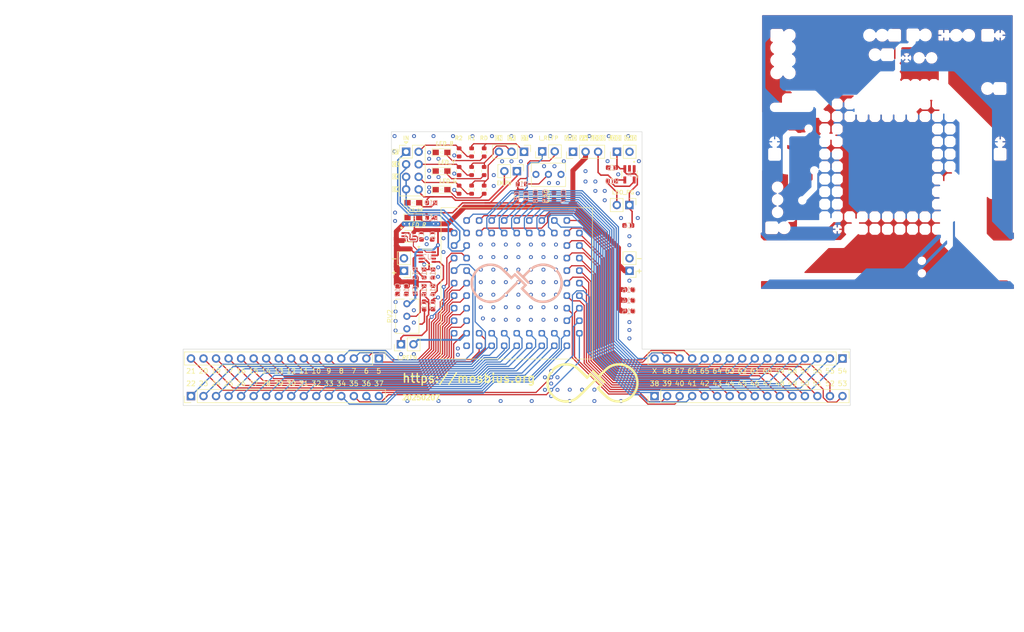
<source format=kicad_pcb>
(kicad_pcb (version 20241229) (generator "pcbnew") (generator_version "9.0")
  (layers (0 "F.Cu" signal) (2 "B.Cu" power) (13 "F.Paste" user) (15 "B.Paste" user) (5 "F.SilkS" user "F.Silkscreen") (7 "B.SilkS" user "B.Silkscreen") (1 "F.Mask" user) (3 "B.Mask" user) (25 "Edge.Cuts" user))
  (property "MCP1" "VDD")
  (property "MCP10" "PPAIR_4A_GATE")
  (property "MCP11" "PPAIR_4A_DRAIN")
  (property "MCP12" "PPAIR_B_DRAIN")
  (property "MCP13" "PPAIR_B_GATE")
  (property "MCP14" "PPAIR_B_SOURCE")
  (property "MCP15" "PPAIR_A_SOURCE")
  (property "MCP16" "PPAIR_A_GATE")
  (property "MCP17" "PPAIR_A_DRAIN")
  (property "MCP18" "VSS")
  (property "MCP19" "ISINK_REF")
  (property "MCP2" "ENABLE")
  (property "MCP20" "ISINK_1")
  (property "MCP21" "ISINK_2")
  (property "MCP22" "ISINK_4")
  (property "MCP23" "ISINK_8")
  (property "MCP24" "ISINK_16")
  (property "MCP25" "ISINK_32")
  (property "MCP26" "ISINK_REF2")
  (property "MCP27" "ISINK_REF2_CPY")
  (property "MCP28" "NMOS_4A_GATE")
  (property "MCP29" "NMOS_4A_DRAIN")
  (property "MCP3" "CLK")
  (property "MCP30" "NMOS_4B_GATE")
  (property "MCP31" "NMOS_4B_DRAIN")
  (property "MCP32" "OTA_N_INP")
  (property "MCP33" "OTA_N_INN")
  (property "MCP34" "OTA_N_OUT")
  (property "MCP35" "NPAIR_A_DRAIN")
  (property "MCP36" "NPAIR_A_GATE")
  (property "MCP37" "NPAIR_A_SOURCE")
  (property "MCP38" "NPAIR_B_SOURCE")
  (property "MCP39" "NPAIR_B_GATE")
  (property "MCP4" "DATA")
  (property "MCP40" "NPAIR_B_DRAIN")
  (property "MCP41" "NPAIR_4A_DRAIN")
  (property "MCP42" "NPAIR_4A_GATE")
  (property "MCP43" "NPAIR_4A_SOURCE")
  (property "MCP44" "NPAIR_4B_SOURCE")
  (property "MCP45" "NPAIR_4B_GATE")
  (property "MCP46" "NPAIR_4B_DRAIN")
  (property "MCP47" "NPAIR_4_BODY")
  (property "MCP48" "INV_TPLGY16_2INN")
  (property "MCP49" "INV_TPLGY16_2OUT")
  (property "MCP5" "PPAIR_4_BODY")
  (property "MCP50" "INV_TPLGY16_2INP")
  (property "MCP51" "INV_TPLGY16_1OUT")
  (property "MCP52" "INV_TPLGY16_1INP")
  (property "MCP53" "INV_TPLGY16_1INN")
  (property "MCP54" "CMFB_OTA2_OUT")
  (property "MCP55" "CMFB_OTA2_INN")
  (property "MCP56" "CMFB_OTA2_INP")
  (property "MCP57" "PMOS_4B_DRAIN")
  (property "MCP58" "PMOS_4B_GATE")
  (property "MCP59" "PMOS_4A_DRAIN")
  (property "MCP6" "PPAIR_4B_DRAIN")
  (property "MCP60" "PMOS_4A_GATE")
  (property "MCP61" "I_SOURCE_REF2_CPY")
  (property "MCP62" "I_SOURCE_REF2")
  (property "MCP63" "I_SOURCE_16")
  (property "MCP64" "I_SOURCE_8")
  (property "MCP65" "I_SOURCE_4")
  (property "MCP66" "I_SOURCE_2")
  (property "MCP67" "I_SOURCE_1")
  (property "MCP68" "I_SOURCE_REF")
  (property "MCP7" "PPAIR_4B_GATE")
  (property "MCP8" "PPAIR_4B_SOURCE")
  (property "MCP9" "PPAIR_4A_SOURCE")
  (net 0 "")
  (net 1 "VDD")
  (net 2 "GND")
  (net 3 "Net-(C1-Pad1)")
  (net 4 "Net-(C3-Pad2)")
  (net 5 "LDO_VIN")
  (net 6 "VD")
  (net 7 "/PPAIR_4_BODY")
  (net 8 "/PPAIR_4B_DRAIN")
  (net 9 "/PPAIR_4B_GATE")
  (net 10 "/PPAIR_4B_SOURCE")
  (net 11 "/PPAIR_4A_SOURCE")
  (net 12 "/PPAIR_4A_GATE")
  (net 13 "/PPAIR_4A_DRAIN")
  (net 14 "/PPAIR_B_DRAIN")
  (net 15 "/PPAIR_B_GATE")
  (net 16 "/PPAIR_B_SOURCE")
  (net 17 "/PPAIR_A_SOURCE")
  (net 18 "/PPAIR_A_GATE")
  (net 19 "/PPAIR_A_DRAIN")
  (net 20 "Net-(D1-A)")
  (net 21 "Net-(D2-A)")
  (net 22 "/ISINK_1")
  (net 23 "/ISINK_2")
  (net 24 "/ISINK_4")
  (net 25 "/ISINK_8")
  (net 26 "/ISINK_16")
  (net 27 "/ISINK_32")
  (net 28 "/ISINK_REF2")
  (net 29 "/ISINK_REF2_CPY")
  (net 30 "/NMOS_4A_GATE")
  (net 31 "/NMOS_4A_DRAIN")
  (net 32 "/NMOS_4B_GATE")
  (net 33 "/NMOS_4B_DRAIN")
  (net 34 "/OTA_N_INP")
  (net 35 "/OTA_N_INN")
  (net 36 "/OTA_N_OUT")
  (net 37 "/NPAIR_A_DRAIN")
  (net 38 "/NPAIR_A_GATE")
  (net 39 "/NPAIR_A_SOURCE")
  (net 40 "/NPAIR_B_SOURCE")
  (net 41 "/NPAIR_B_GATE")
  (net 42 "/NPAIR_B_DRAIN")
  (net 43 "/NPAIR_4A_DRAIN")
  (net 44 "/NPAIR_4A_GATE")
  (net 45 "/NPAIR_4A_SOURCE")
  (net 46 "/NPAIR_4B_SOURCE")
  (net 47 "/NPAIR_4B_GATE")
  (net 48 "/NPAIR_4B_DRAIN")
  (net 49 "/NPAIR_4_BODY")
  (net 50 "/INV_TPLGY16_2INN")
  (net 51 "/INV_TPLGY16_2OUT")
  (net 52 "/INV_TPLGY16_2INP")
  (net 53 "/INV_TPLGY16_1OUT")
  (net 54 "/INV_TPLGY16_1INP")
  (net 55 "/INV_TPLGY16_1INN")
  (net 56 "/CMFB_OTA2_OUT")
  (net 57 "/CMFB_OTA2_INN")
  (net 58 "/CMFB_OTA2_INP")
  (net 59 "/PMOS_4B_DRAIN")
  (net 60 "/PMOS_4B_GATE")
  (net 61 "/PMOS_4A_DRAIN")
  (net 62 "/PMOS_4A_GATE")
  (net 63 "/I_SOURCE_REF2_CPY")
  (net 64 "/I_SOURCE_REF2")
  (net 65 "/I_SOURCE_16")
  (net 66 "/I_SOURCE_8")
  (net 67 "/I_SOURCE_4")
  (net 68 "/I_SOURCE_2")
  (net 69 "/I_SOURCE_1")
  (net 70 "Net-(D3-A)")
  (net 72 "Net-(D4-A)")
  (net 73 "Net-(D5-A)")
  (net 74 "ISINK_REF")
  (net 75 "I_SOURCE_REF")
  (net 76 "DATA_CVRT_3.3V")
  (net 77 "CLK_CVRT_3.3V")
  (net 78 "EN_CVRT_3.3V")
  (net 79 "LDO_OUT_2.5V")
  (net 80 "Net-(JP1_LDOPG1-B)")
  (net 81 "EN_MAN_2.5V")
  (net 82 "EN_CVRT_2.5V")
  (net 83 "CLK_CVRT_2.5V")
  (net 84 "DATA_CVRT_2.5V")
  (net 85 "LDO_PG_2.5V")
  (net 86 "Net-(R11-Pad1)")
  (net 87 "Net-(U2-GATE)")
  (net 88 "Net-(U2-UV)")
  (net 89 "Net-(U2-OV)")
  (net 90 "Net-(U2-~{SHDN})")
  (net 91 "Net-(R18-Pad1)")
  (net 95 "ENABLE")
  (net 96 "CLK")
  (net 97 "DATA")
  (net 98 "Net-(U3-Pad1)")
  (footprint "Capacitor_SMD:C_0603_1608Metric" (layer "F.Cu") (at 129.29745 80.1 -90)
    (property "Reference" "C9")
    (property "Value" "1u")
  )
  (footprint "Connector_PinHeader_2.54mm:PinHeader_1x02_P2.54mm_Vertical" (layer "F.Cu") (at 149.9 56 -90)
    (property "Reference" "JP2_EN1" (hide yes))
    (property "Value" "Jumper_2_Open")
  )
  (footprint "Resistor_SMD:R_0603_1608Metric" (layer "F.Cu") (at 169.164 58.017 180)
    (property "Reference" "R10")
    (property "Value" "10K")
  )
  (footprint "Connector_PinHeader_2.54mm:PinHeader_1x02_P2.54mm_Vertical" (layer "F.Cu") (at 127 76.2 180)
    (property "Reference" "J5" (hide yes))
    (property "Value" "PINHD_1x2_Male" (hide yes))
  )
  (footprint "E6350_23:NCV8164ASN250T1G" (layer "F.Cu") (at 172.72 56.642 -90)
    (property "Reference" "U1")
    (property "Value" "NCV8164ASN250T1G_LDO_2.5V")
  )
  (footprint "Capacitor_SMD:C_0603_1608Metric" (layer "F.Cu") (at 153.6 61.075 90)
    (property "Reference" "C18")
    (property "Value" "1u")
  )
  (footprint "Potentiometer_THT:Potentiometer_Bourns_3266Y_Vertical" (layer "F.Cu") (at 158.83 56.65)
    (property "Reference" "RV1" (hide yes))
    (property "Value" "25k_POT" (hide yes))
  )
  (footprint "Resistor_SMD:R_0603_1608Metric" (layer "F.Cu") (at 150.9 58.6 180)
    (property "Reference" "R11")
    (property "Value" "1.1k")
  )
  (footprint "E6350_23:TSOT-23_TS8_LIT" (layer "F.Cu") (at 131.7244 73.406)
    (property "Reference" "U2")
    (property "Value" "LTC4365TS8" (hide yes))
  )
  (footprint "Resistor_SMD:R_0603_1608Metric" (layer "F.Cu") (at 132.525 62.4)
    (property "Reference" "R19")
    (property "Value" "330")
  )
  (footprint "E6350_23:SunLED_LED_XZC_0805" (layer "F.Cu") (at 134.6155 59.754)
    (property "Reference" "D2" (hide yes))
    (property "Value" "LED_G")
  )
  (footprint "Capacitor_SMD:C_0603_1608Metric" (layer "F.Cu") (at 151.701 61.075 90)
    (property "Reference" "C3")
    (property "Value" "0.1u")
  )
  (footprint "Connector_PinHeader_2.54mm:PinHeader_1x16_P2.54mm_Vertical" (layer "F.Cu") (at 121.92 93.98 -90)
    (property "Reference" "J1" (hide yes))
    (property "Value" "Conn_01x16_Pin" (hide yes))
  )
  (footprint "Resistor_SMD:R_0603_1608Metric" (layer "F.Cu") (at 143.256 59.754 -90)
    (property "Reference" "R7" (hide yes))
    (property "Value" "330")
  )
  (footprint "Connector_PinHeader_2.54mm:PinHeader_1x03_P2.54mm_Vertical" (layer "F.Cu") (at 151.34 52.07 -90)
    (property "Reference" "J14_GND2" (hide yes))
    (property "Value" "Conn_01x03")
  )
  (footprint "Capacitor_SMD:C_0603_1608Metric" (layer "F.Cu") (at 131.1 83.225 -90)
    (property "Reference" "C1")
    (property "Value" "1u")
  )
  (footprint "E6350_23:SunLED_LED_XZC_0805" (layer "F.Cu") (at 128.905 62.4)
    (property "Reference" "D1" (hide yes))
    (property "Value" "LED_OR")
  )
  (footprint "Resistor_SMD:R_0603_1608Metric" (layer "F.Cu") (at 131.1 76.775 90)
    (property "Reference" "R14")
    (property "Value" "510K")
  )
  (footprint "Connector_PinHeader_2.54mm:PinHeader_2x04_P2.54mm_Vertical" (layer "F.Cu") (at 127.435 52.07)
    (property "Reference" "J10" (hide yes))
    (property "Value" "Conn_02x04_Row_Letter_First")
  )
  (footprint "Capacitor_SMD:C_0603_1608Metric" (layer "F.Cu") (at 157.398 61.075 90)
    (property "Reference" "C20")
    (property "Value" "47u")
  )
  (footprint "E6350_23:SunLED_LED_XZC_0805" (layer "F.Cu") (at 128.9 65.4)
    (property "Reference" "D5" (hide yes))
    (property "Value" "LED_R")
  )
  (footprint "Connector_PinHeader_2.54mm:PinHeader_1x16_P2.54mm_Vertical" (layer "F.Cu") (at 215.9 93.98 -90)
    (property "Reference" "J4" (hide yes))
    (property "Value" "Conn_01x16_Pin" (hide yes))
  )
  (footprint "Connector_PinHeader_2.54mm:PinHeader_1x02_P2.54mm_Vertical" (layer "F.Cu") (at 155.025 52 90)
    (property "Reference" "J8" (hide yes))
    (property "Value" "PINHD_1x2_Male")
  )
  (footprint "Resistor_SMD:R_0603_1608Metric" (layer "F.Cu") (at 129.29745 76.775 90)
    (property "Reference" "R13")
    (property "Value" "0")
  )
  (footprint "Resistor_SMD:R_0603_1608Metric" (layer "F.Cu") (at 131.1 80.1 -90)
    (property "Reference" "R18")
    (property "Value" "1.1k")
  )
  (footprint "Connector_PinHeader_2.54mm:PinHeader_1x02_P2.54mm_Vertical" (layer "F.Cu") (at 172.695 62.865 -90)
    (property "Reference" "JP1_LDOPG1" (hide yes))
    (property "Value" "Jumper_2_Open")
  )
  (footprint "Resistor_SMD:R_0603_1608Metric" (layer "F.Cu") (at 140.716 59.754 -90)
    (property "Reference" "R1" (hide yes))
    (property "Value" "1.1k" (hide yes))
  )
  (footprint "Resistor_SMD:R_0603_1608Metric" (layer "F.Cu") (at 143.256 55.9755 -90)
    (property "Reference" "R8" (hide yes))
    (property "Value" "750")
  )
  (footprint "Resistor_SMD:R_0603_1608Metric" (layer "F.Cu") (at 138.176 55.9755 -90)
    (property "Reference" "R4" (hide yes))
    (property "Value" "3.3k")
  )
  (footprint "Custom_Footprints:logo4" (layer "F.Cu") (at 165.5 99)
    (property "Reference" "G***" (hide yes))
    (property "Value" "LOGO" (hide yes))
  )
  (footprint "Connector_PinHeader_2.54mm:PinHeader_1x02_P2.54mm_Vertical" (layer "F.Cu") (at 172.72 76.2 180)
    (property "Reference" "J6" (hide yes))
    (property "Value" "Conn_01x02_Pin" (hide yes))
  )
  (footprint "Resistor_SMD:R_0603_1608Metric" (layer "F.Cu") (at 132.90255 76.775 -90)
    (property "Reference" "R15")
    (property "Value" "120K")
  )
  (footprint "Capacitor_SMD:C_0603_1608Metric" (layer "F.Cu") (at 130.5546 69.075 -90)
    (property "Reference" "C7")
    (property "Value" "0.1u")
  )
  (footprint "Capacitor_SMD:C_0603_1608Metric" (layer "F.Cu") (at 172.475 67 180)
    (property "Reference" "C4")
    (property "Value" "1u")
  )
  (footprint "Resistor_SMD:R_0603_1608Metric" (layer "F.Cu") (at 138.176 52.197 -90)
    (property "Reference" "R6" (hide yes))
    (property "Value" "3.3k")
  )
  (footprint "E6350_23:SunLED_LED_XZC_0805" (layer "F.Cu") (at 134.6155 55.9755)
    (property "Reference" "D3" (hide yes))
    (property "Value" "LED_Y")
  )
  (footprint "Capacitor_SMD:C_0603_1608Metric" (layer "F.Cu") (at 172.605 84.3208)
    (property "Reference" "C15")
    (property "Value" "1u")
  )
  (footprint "Capacitor_SMD:C_0603_1608Metric" (layer "F.Cu") (at 149.802 61.075 90)
    (property "Reference" "C8")
    (property "Value" "1u")
  )
  (footprint "Capacitor_SMD:C_0603_1608Metric" (layer "F.Cu") (at 125.69235 80.1 -90)
    (property "Reference" "C12")
    (property "Value" "10u")
  )
  (footprint "Connector_PinHeader_2.54mm:PinHeader_1x03_P2.54mm_Vertical" (layer "F.Cu") (at 161.275 52.07 90)
    (property "Reference" "J14_GND3" (hide yes))
    (property "Value" "Conn_01x03")
  )
  (footprint "Resistor_SMD:R_0603_1608Metric" (layer "F.Cu") (at 143.256 52.197 -90)
    (property "Reference" "R9" (hide yes))
    (property "Value" "330")
  )
  (footprint "Capacitor_SMD:C_0603_1608Metric" (layer "F.Cu") (at 132.715 69.075 -90)
    (property "Reference" "C6")
    (property "Value" "1u")
  )
  (footprint "Resistor_SMD:R_0603_1608Metric" (layer "F.Cu") (at 140.716 52.197 -90)
    (property "Reference" "R5" (hide yes))
    (property "Value" "1.1k")
  )
  (footprint "Capacitor_SMD:C_0603_1608Metric" (layer "F.Cu") (at 172.605 82.1604)
    (property "Reference" "C14")
    (property "Value" "10u")
  )
  (footprint "Capacitor_SMD:C_0603_1608Metric" (layer "F.Cu") (at 155.499 61.075 90)
    (property "Reference" "C19")
    (property "Value" "10u")
  )
  (footprint "Potentiometer_THT:Potentiometer_Bourns_3266Y_Vertical" (layer "F.Cu") (at 127.58795 82.875 90)
    (property "Reference" "RV2")
    (property "Value" "25k_POT")
  )
  (footprint "Capacitor_SMD:C_0603_1608Metric" (layer "F.Cu") (at 132.9 83.2 90)
    (property "Reference" "C2")
    (property "Value" "0.1u")
  )
  (footprint "Connector_PinHeader_2.54mm:PinHeader_1x02_P2.54mm_Vertical" (layer "F.Cu") (at 126.38795 91.1 90)
    (property "Reference" "J7" (hide yes))
    (property "Value" "PINHD_1x2_Male")
  )
  (footprint "Resistor_SMD:R_0603_1608Metric" (layer "F.Cu") (at 132.90255 80.1 -90)
    (property "Reference" "R16")
    (property "Value" "0")
  )
  (footprint "Capacitor_SMD:C_0603_1608Metric" (layer "F.Cu") (at 172.605 80)
    (property "Reference" "C16")
    (property "Value" "0.1u")
  )
  (footprint "Capacitor_SMD:C_0603_1608Metric" (layer "F.Cu") (at 169.15 55.27 180)
    (property "Reference" "C5")
    (property "Value" "10u")
  )
  (footprint "Capacitor_SMD:C_0603_1608Metric" (layer "F.Cu") (at 127.4949 80.1 -90)
    (property "Reference" "C10")
    (property "Value" "0.1u")
  )
  (footprint "E6350_23:TRANS_UM6J1_ROM" (layer "F.Cu") (at 127.9525 69.1896)
    (property "Reference" "U3")
    (property "Value" "UM6K34NTCN" (hide yes))
  )
  (footprint "Connector_PinHeader_2.54mm:PinHeader_1x16_P2.54mm_Vertical" (layer "F.Cu") (at 83.82 101.6 90)
    (property "Reference" "J2" (hide yes))
    (property "Value" "Conn_01x16_Pin" (hide yes))
  )
  (footprint "Custom_Footprints:logo4" (layer "F.Cu") (at 150.14006 78.801993)
    (property "Reference" "G***" (hide yes))
    (property "Value" "LOGO" (hide yes))
  )
  (footprint "Connector_PinHeader_2.54mm:PinHeader_1x02_P2.54mm_Vertical" (layer "F.Cu") (at 170.18 52.07 90)
    (property "Reference" "J18_VDC1" (hide yes))
    (property "Value" "Conn_01x02")
  )
  (footprint "Mobius:PLCC_x68" (layer "F.Cu") (at 149.86 78.74)
    (property "Reference" "Upkg1" (hide yes))
    (property "Value" "MobiusChip_connX68")
  )
  (footprint "Resistor_SMD:R_0603_1608Metric" (layer "F.Cu") (at 140.716 55.9755 -90)
    (property "Reference" "R3" (hide yes))
    (property "Value" "1.1k")
  )
  (footprint "Capacitor_SMD:C_0603_1608Metric" (layer "F.Cu") (at 159.297 61.075 90)
    (property "Reference" "C17")
    (property "Value" "0.1u")
  )
  (footprint "Connector_PinHeader_2.54mm:PinHeader_1x16_P2.54mm_Vertical" (layer "F.Cu") (at 177.8 101.6 90)
    (property "Reference" "J3" (hide yes))
    (property "Value" "Conn_01x16_Pin" (hide yes))
  )
  (footprint "E6350_23:SunLED_LED_XZC_0805" (layer "F.Cu") (at 134.6155 52.197)
    (property "Reference" "D4" (hide yes))
    (property "Value" "LED_B")
  )
  (footprint "Resistor_SMD:R_0603_1608Metric" (layer "F.Cu") (at 132.525 65.4)
    (property "Reference" "R17")
    (property "Value" "330")
  )
  (footprint "Resistor_SMD:R_0603_1608Metric" (layer "F.Cu") (at 138.176 59.754 -90)
    (property "Reference" "R2" (hide yes))
    (property "Value" "3.3k" (hide yes))
  )
  (gr_poly (pts (xy 127.0508 50.038) (xy 127.8128 50.038) (xy 127.4318 50.3936)) (stroke (width 0.15)) (fill yes) (layer "F.SilkS"))
  (gr_poly (pts (xy 114.6175 103.505) (xy 185.1025 103.505) (xy 217.4875 103.505) (xy 217.4875 92.075) (xy 175.26 92.075) (xy 175.26 48) (xy 124.46 48) (xy 124.46 92.075) (xy 82.2325 92.075) (xy 82.2325 103.505)) (stroke (width 0.1)) (fill no) (layer "Edge.Cuts"))
  (gr_text "DT" (at 151.4 49.3 0) (layer "F.SilkS" knockout) (effects (font (size 0.8 0.8))))
  (gr_text "43" (at 190.5 99.06 0) (layer "F.SilkS") (effects (font (size 1 1))))
  (gr_text "63" (at 193.04 96.52 0) (layer "F.SilkS") (effects (font (size 1 1))))
  (gr_text "56" (at 210.82 96.52 0) (layer "F.SilkS") (effects (font (size 1 1))))
  (gr_text "32" (at 109.22 99.06 0) (layer "F.SilkS") (effects (font (size 1 1))))
  (gr_text "40" (at 182.88 99.06 0) (layer "F.SilkS") (effects (font (size 1 1))))
  (gr_text "60" (at 200.66 96.52 0) (layer "F.SilkS") (effects (font (size 1 1))))
  (gr_text "13" (at 101.6 96.52 0) (layer "F.SilkS") (effects (font (size 1 1))))
  (gr_text "9" (at 111.76 96.52 0) (layer "F.SilkS") (effects (font (size 1 1))))
  (gr_text "41" (at 185.42 99.06 0) (layer "F.SilkS") (effects (font (size 1 1))))
  (gr_text "29" (at 101.6 99.06 0) (layer "F.SilkS") (effects (font (size 1 1))))
  (gr_text "LDO_PG" (at 171.42 60.2996 0) (layer "F.SilkS") (effects (font (size 0.8 0.8))))
  (gr_text "DT" (at 125.2 52.1 0) (layer "F.SilkS" knockout) (effects (font (size 0.8 0.66))))
  (gr_text "57" (at 208.28 96.52 0) (layer "F.SilkS") (effects (font (size 1 1))))
  (gr_text "35" (at 116.84 99.06 0) (layer "F.SilkS") (effects (font (size 1 1))))
  (gr_text "GND" (at 172.9 49.3 0) (layer "F.SilkS" knockout) (effects (font (size 0.8 0.8))))
  (gr_text "V+" (at 163.5 49.3 0) (layer "F.SilkS" knockout) (effects (font (size 0.8 0.8))))
  (gr_text "54" (at 215.9 96.52 0) (layer "F.SilkS") (effects (font (size 1 1))))
  (gr_text "34" (at 114.3 99.06 0) (layer "F.SilkS") (effects (font (size 1 1))))
  (gr_text "39" (at 180.34 99.06 0) (layer "F.SilkS") (effects (font (size 1 1))))
  (gr_text "8" (at 114.3 96.52 0) (layer "F.SilkS") (effects (font (size 1 1))))
  (gr_text "61" (at 198.12 96.52 0) (layer "F.SilkS") (effects (font (size 1 1))))
  (gr_text "-" (at 174.7 73.66 0) (layer "F.SilkS") (effects (font (size 1 1) (thickness 0.2) (bold yes))))
  (gr_text "66" (at 185.42 96.52 0) (layer "F.SilkS") (effects (font (size 1 1))))
  (gr_text "53" (at 215.9 99.06 0) (layer "F.SilkS") (effects (font (size 1 1))))
  (gr_text "20" (at 86.36 96.52 0) (layer "F.SilkS") (effects (font (size 1 1))))
  (gr_text "16" (at 93.98 96.52 0) (layer "F.SilkS") (effects (font (size 1 1))))
  (gr_text "68" (at 180.34 96.52 0) (layer "F.SilkS") (effects (font (size 1 1))))
  (gr_text "RD" (at 143.2 49.3 0) (layer "F.SilkS") (effects (font (size 0.8 0.8))))
  (gr_text "12" (at 104.14 96.52 0) (layer "F.SilkS") (effects (font (size 1 1))))
  (gr_text "14" (at 99.06 96.52 0) (layer "F.SilkS") (effects (font (size 1 1))))
  (gr_text "20250207" (at 126.5 102.5 0) (layer "F.SilkS") (effects (font (size 1 1) (thickness 0.25) (bold yes)) (justify left bottom)))
  (gr_text "R2" (at 138.1 49.3 0) (layer "F.SilkS") (effects (font (size 0.8 0.8))))
  (gr_text "47" (at 200.66 99.06 0) (layer "F.SilkS") (effects (font (size 1 1))))
  (gr_text "I_REFN" (at 127.66295 93.8 0) (layer "F.SilkS") (effects (font (size 0.8 0.8))))
  (gr_text "59" (at 203.2 96.52 0) (layer "F.SilkS") (effects (font (size 1 1))))
  (gr_text "23" (at 86.36 99.06 0) (layer "F.SilkS") (effects (font (size 1 1))))
  (gr_text "5" (at 121.31881 97.12175 0) (layer "F.SilkS") (effects (font (size 1 1)) (justify left bottom)))
  (gr_text "44" (at 193.04 99.06 0) (layer "F.SilkS") (effects (font (size 1 1))))
  (gr_text "https://mosbius.org" (at 126.5 99 0) (layer "F.SilkS") (effects (font (size 1.75 1.75) (thickness 0.3) (bold yes)) (justify left bottom)))
  (gr_text "37" (at 121.92 99.06 0) (layer "F.SilkS") (effects (font (size 1 1))))
  (gr_text "CK" (at 148.8 49.3 0) (layer "F.SilkS" knockout) (effects (font (size 0.8 0.8))))
  (gr_text "EM_PU" (at 147.32 58.42 0) (layer "F.SilkS") (effects (font (size 0.8 0.6))))
  (gr_text "22" (at 83.82 99.06 0) (layer "F.SilkS") (effects (font (size 1 1))))
  (gr_text "EN" (at 146.2 49.3 0) (layer "F.SilkS" knockout) (effects (font (size 0.8 0.8))))
  (gr_text "58" (at 205.74 96.52 0) (layer "F.SilkS") (effects (font (size 1 1))))
  (gr_text "EM" (at 125.3 59.7 0) (layer "F.SilkS" knockout) (effects (font (size 0.8 0.66))))
  (gr_text "7" (at 116.84 96.52 0) (layer "F.SilkS") (effects (font (size 1 1))))
  (gr_text "10" (at 109.22 96.52 0) (layer "F.SilkS") (effects (font (size 1 1))))
  (gr_text "31" (at 106.68 99.06 0) (layer "F.SilkS") (effects (font (size 1 1))))
  (gr_text "CK" (at 125.3 54.6 0) (layer "F.SilkS" knockout) (effects (font (size 0.8 0.66))))
  (gr_text "45" (at 195.58 99.06 0) (layer "F.SilkS") (effects (font (size 1 1))))
  (gr_text "36" (at 119.38 99.06 0) (layer "F.SilkS") (effects (font (size 1 1))))
  (gr_text "LDOI" (at 169.8 49.3 0) (layer "F.SilkS" knockout) (effects (font (size 0.8 0.8))))
  (gr_text "-" (at 125 73.7 0) (layer "F.SilkS") (effects (font (size 1 1) (thickness 0.2) (bold yes))))
  (gr_text "24" (at 88.9 99.06 0) (layer "F.SilkS") (effects (font (size 1 1))))
  (gr_text "67" (at 182.88 96.52 0) (layer "F.SilkS") (effects (font (size 1 1))))
  (gr_text "50" (at 208.28 99.06 0) (layer "F.SilkS") (effects (font (size 1 1))))
  (gr_text "21" (at 83.82 96.52 0) (layer "F.SilkS") (effects (font (size 1 1))))
  (gr_text "46" (at 198.12 99.06 0) (layer "F.SilkS") (effects (font (size 1 1))))
  (gr_text "64" (at 190.5 96.52 0) (layer "F.SilkS") (effects (font (size 1 1))))
  (gr_text "33" (at 111.76 99.06 0) (layer "F.SilkS") (effects (font (size 1 1))))
  (gr_text "X" (at 177.8 96.52 0) (layer "F.SilkS") (effects (font (size 1 1))))
  (gr_text "62" (at 195.58 96.52 0) (layer "F.SilkS") (effects (font (size 1 1))))
  (gr_text "17" (at 91.44 96.52 0) (layer "F.SilkS") (effects (font (size 1 1))))
  (gr_text "GND" (at 160.8 49.3 0) (layer "F.SilkS" knockout) (effects (font (size 0.8 0.8))))
  (gr_text "11" (at 106.68 96.52 0) (layer "F.SilkS") (effects (font (size 1 1))))
  (gr_text "LDOO" (at 166.3 49.3 0) (layer "F.SilkS" knockout) (effects (font (size 0.8 0.8))))
  (gr_text "EN" (at 125.3 57.1 0) (layer "F.SilkS" knockout) (effects (font (size 0.8 0.66))))
  (gr_text "28" (at 99.06 99.06 0) (layer "F.SilkS") (effects (font (size 1 1))))
  (gr_text "25" (at 91.44 99.06 0) (layer "F.SilkS") (effects (font (size 1 1))))
  (gr_text "19" (at 88.9 96.52 0) (layer "F.SilkS") (effects (font (size 1 1))))
  (gr_text "IN" (at 127.435 49.3 0) (layer "F.SilkS") (effects (font (size 0.8 0.8))))
  (gr_text "55" (at 213.36 96.52 0) (layer "F.SilkS") (effects (font (size 1 1))))
  (gr_text "30" (at 104.14 99.06 0) (layer "F.SilkS") (effects (font (size 1 1))))
  (gr_text "15" (at 96.52 96.52 0) (layer "F.SilkS") (effects (font (size 1 1))))
  (gr_text "49" (at 205.74 99.06 0) (layer "F.SilkS") (effects (font (size 1 1))))
  (gr_text "51" (at 210.82 99.06 0) (layer "F.SilkS") (effects (font (size 1 1))))
  (gr_text "52" (at 213.36 99.06 0) (layer "F.SilkS") (effects (font (size 1 1))))
  (gr_text "27" (at 96.52 99.06 0) (layer "F.SilkS") (effects (font (size 1 1))))
  (gr_text "48" (at 203.2 99.06 0) (layer "F.SilkS") (effects (font (size 1 1))))
  (gr_text "65" (at 187.96 96.52 0) (layer "F.SilkS") (effects (font (size 1 1))))
  (gr_text "I_REFP" (at 156.3 49.3 0) (layer "F.SilkS") (effects (font (size 0.8 0.8))))
  (gr_text "42" (at 187.96 99.06 0) (layer "F.SilkS") (effects (font (size 1 1))))
  (gr_text "R1" (at 140.7 49.3 0) (layer "F.SilkS") (effects (font (size 0.8 0.8))))
  (gr_text "26" (at 93.98 99.06 0) (layer "F.SilkS") (effects (font (size 1 1))))
  (gr_text "6" (at 119.38 96.52 0) (layer "F.SilkS") (effects (font (size 1 1))))
  (gr_text "+" (at 174.7 76.2 0) (layer "F.SilkS") (effects (font (size 1 1) (thickness 0.2) (bold yes))))
  (gr_text "38" (at 177.8 99.06 0) (layer "F.SilkS") (effects (font (size 1 1))))
  (gr_text "+" (at 125 76.537742 0) (layer "F.SilkS") (effects (font (size 1 1) (thickness 0.2) (bold yes))))
  (segment (start 129.64 64.44) (end 131.34 64.44) (width 0.3) (layer "F.Cu") (net 1))
  (segment (start 133.9 72.961201) (end 133.780202 73.080999) (width 0.35) (layer "F.Cu") (net 1))
  (segment (start 153.59 61.85) (end 153 62.44) (width 0.3) (layer "F.Cu") (net 1))
  (segment (start 136.86 64.44) (end 138.86 62.44) (width 0.3) (layer "F.Cu") (net 1))
  (segment (start 144.46 62.44) (end 149.9 57) (width 0.3) (layer "F.Cu") (net 1))
  (segment (start 143.4 62.44) (end 149.2 62.44) (width 0.3) (layer "F.Cu") (net 1))
  (segment (start 151.69 61.85) (end 151.1 62.44) (width 0.3) (layer "F.Cu") (net 1))
  (segment (start 149.5 62.44) (end 151.1 62.44) (width 0.3) (layer "F.Cu") (net 1))
  (segment (start 128.905 68.4118) (end 129.1 68.2168) (width 0.3) (layer "F.Cu") (net 1))
  (segment (start 151.1 62.44) (end 151.3 62.44) (width 0.3) (layer "F.Cu") (net 1))
  (segment (start 151.3 62.44) (end 151.86 62.44) (width 0.3) (layer "F.Cu") (net 1))
  (segment (start 129.3718 67.945) (end 128.905 68.4118) (width 0.8) (layer "F.Cu") (net 1))
  (segment (start 129.1 68.2168) (end 129.1 64.7) (width 0.3) (layer "F.Cu") (net 1))
  (segment (start 156.808 62.44) (end 157.398 61.85) (width 0.3) (layer "F.Cu") (net 1))
  (segment (start 158.707 62.44) (end 151.86 62.44) (width 0.3) (layer "F.Cu") (net 1))
  (segment (start 149.5 62.44) (end 149.56 62.44) (width 0.3) (layer "F.Cu") (net 1))
  (segment (start 138.86 62.44) (end 144.46 62.44) (width 0.3) (layer "F.Cu") (net 1))
  (segment (start 151.86 62.44) (end 153 62.44) (width 0.3) (layer "F.Cu") (net 1))
  (segment (start 129.1 64.7) (end 129.36 64.44) (width 0.3) (layer "F.Cu") (net 1))
  (segment (start 131.7 64.8) (end 131.7 65.4) (width 0.3) (layer "F.Cu") (net 1))
  (segment (start 153 62.44) (end 156.808 62.44) (width 0.3) (layer "F.Cu") (net 1))
  (segment (start 154.909 62.44) (end 151.3 62.44) (width 0.3) (layer "F.Cu") (net 1))
  (segment (start 129.36 64.44) (end 136.86 64.44) (width 0.3) (layer "F.Cu") (net 1))
  (segment (start 133.9 71.1) (end 133.9 72.961201) (width 0.35) (layer "F.Cu") (net 1))
  (segment (start 159.297 61.85) (end 158.707 62.44) (width 0.3) (layer "F.Cu") (net 1))
  (segment (start 149.56 62.44) (end 150.15 61.85) (width 0.3) (layer "F.Cu") (net 1))
  (segment (start 149.9 57) (end 149.9 56) (width 0.3) (layer "F.Cu") (net 1))
  (segment (start 136.565 67.945) (end 129.3718 67.945) (width 0.8) (layer "F.Cu") (net 1))
  (segment (start 149.2 62.44) (end 149.5 62.44) (width 0.3) (layer "F.Cu") (net 1))
  (segment (start 133.9 71.1) (end 133.9 68.345) (width 0.35) (layer "F.Cu") (net 1))
  (segment (start 131.34 64.44) (end 131.7 64.8) (width 0.3) (layer "F.Cu") (net 1))
  (segment (start 149.79 61.85) (end 149.2 62.44) (width 0.3) (layer "F.Cu") (net 1))
  (segment (start 137.0318 68.4118) (end 136.565 67.945) (width 0.8) (layer "F.Cu") (net 1))
  (segment (start 133.780202 73.080999) (end 133.03885 73.080999) (width 0.35) (layer "F.Cu") (net 1))
  (segment (start 155.499 61.85) (end 154.909 62.44) (width 0.3) (layer "F.Cu") (net 1))
  (via (at 133.9 71) (size 0.8) (drill 0.4) (layers "F.Cu" "B.Cu") (net 1))
  (segment (start 133 71.9) (end 130 71.9) (width 0.4) (layer "B.Cu") (net 1))
  (segment (start 129.3 72.6) (end 129.3 81.8) (width 0.4) (layer "B.Cu") (net 1))
  (segment (start 133.9 71) (end 133 71.9) (width 0.4) (layer "B.Cu") (net 1))
  (segment (start 130 71.9) (end 129.3 72.6) (width 0.4) (layer "B.Cu") (net 1))
  (segment (start 129.3 81.8) (end 128.225 82.875) (width 0.4) (layer "B.Cu") (net 1))
  (segment (start 128.225 82.875) (end 127.58795 82.875) (width 0.4) (layer "B.Cu") (net 1))
  (segment (start 130.7 87) (end 130.2 87) (width 0.3) (layer "F.Cu") (net 2))
  (segment (start 132.9 81.984) (end 133.096 81.788) (width 0.25) (layer "F.Cu") (net 2))
  (segment (start 133.712 81.788) (end 133.9 81.6) (width 0.25) (layer "F.Cu") (net 2))
  (segment (start 131.15 84.05) (end 131.15 86.55) (width 0.3) (layer "F.Cu") (net 2))
  (segment (start 133.096 81.788) (end 133.712 81.788) (width 0.25) (layer "F.Cu") (net 2))
  (segment (start 131.15 86.55) (end 130.7 87) (width 0.3) (layer "F.Cu") (net 2))
  (segment (start 137.979 60.579) (end 137.2 59.8) (width 0.25) (layer "F.Cu") (net 2))
  (segment (start 131.1 84) (end 131.15 84.05) (width 0.3) (layer "F.Cu") (net 2))
  (segment (start 131.1 74.9) (end 131.1 74.458) (width 0.25) (layer "F.Cu") (net 2))
  (segment (start 132.9 82.425) (end 132.9 81.984) (width 0.25) (layer "F.Cu") (net 2))
  (segment (start 131.022999 74.380999) (end 130.40995 74.380999) (width 0.25) (layer "F.Cu") (net 2))
  (segment (start 131.1 74.458) (end 131.022999 74.380999) (width 0.25) (layer "F.Cu") (net 2))
  (via (at 155.575 100.33) (size 0.8) (drill 0.4) (layers "F.Cu" "B.Cu") (net 2))
  (via (at 145.113 70.885) (size 0.8) (drill 0.4) (layers "F.Cu" "B.Cu") (net 2))
  (via (at 145.113 78.505) (size 0.8) (drill 0.4) (layers "F.Cu" "B.Cu") (net 2))
  (via (at 143.002 85.852) (size 0.8) (drill 0.4) (layers "F.Cu" "B.Cu") (net 2))
  (via (at 145.2 59) (size 0.8) (drill 0.4) (layers "F.Cu" "B.Cu") (net 2))
  (via (at 155.273 70.885) (size 0.8) (drill 0.4) (layers "F.Cu" "B.Cu") (net 2))
  (via (at 156.4 58.4) (size 0.8) (drill 0.4) (layers "F.Cu" "B.Cu") (net 2))
  (via (at 165.8 60) (size 0.8) (drill 0.4) (layers "F.Cu" "B.Cu") (net 2))
  (via (at 129.042583 48.895) (size 0.8) (drill 0.4) (layers "F.Cu" "B.Cu") (net 2))
  (via (at 163.105 100.3) (size 0.8) (drill 0.4) (layers "F.Cu" "B.Cu") (net 2))
  (via (at 134 102.6) (size 0.8) (drill 0.4) (layers "F.Cu" "B.Cu") (net 2))
  (via (at 156.845 101.6) (size 0.8) (drill 0.4) (layers "F.Cu" "B.Cu") (net 2))
  (via (at 156.845 96.52) (size 0.8) (drill 0.4) (layers "F.Cu" "B.Cu") (net 2))
  (via (at 152.733 73.425) (size 0.8) (drill 0.4) (layers "F.Cu" "B.Cu") (net 2))
  (via (at 150.193 73.425) (size 0.8) (drill 0.4) (layers "F.Cu" "B.Cu") (net 2))
  (via (at 134 53.5) (size 0.8) (drill 0.4) (layers "F.Cu" "B.Cu") (net 2))
  (via (at 157.813 83.585) (size 0.8) (drill 0.4) (layers "F.Cu" "B.Cu") (net 2))
  (via (at 135 69.6) (size 0.8) (drill 0.4) (layers "F.Cu" "B.Cu") (net 2))
  (via (at 172.7 78.2) (size 0.8) (drill 0.4) (layers "F.Cu" "B.Cu") (net 2))
  (via (at 150.193 83.585) (size 0.8) (drill 0.4) (layers "F.Cu" "B.Cu") (net 2))
  (via (at 131.6 70.8) (size 0.8) (drill 0.4) (layers "F.Cu" "B.Cu") (net 2))
  (via (at 125.3 82.525) (size 0.8) (drill 0.4) (layers "F.Cu" "B.Cu") (net 2))
  (via (at 125.1 52) (size 0.8) (drill 0.4) (layers "F.Cu" "B.Cu") (net 2))
  (via (at 133.9 77.4) (size 0.8) (drill 0.4) (layers "F.Cu" "B.Cu") (net 2))
  (via (at 163.8 58.1) (size 0.8) (drill 0.4) (layers "F.Cu" "B.Cu") (net 2))
  (via (at 145.113 73.425) (size 0.8) (drill 0.4) (layers "F.Cu" "B.Cu") (net 2))
  (via (at 155.575 97.79) (size 0.8) (drill 0.4) (layers "F.Cu" "B.Cu") (net 2))
  (via (at 152.733 81.045) (size 0.8) (drill 0.4) (layers "F.Cu" "B.Cu") (net 2))
  (via (at 152.733 86.125) (size 0.8) (drill 0.4) (layers "F.Cu" "B.Cu") (net 2))
  (via (at 171 65.5) (size 0.8) (drill 0.4) (layers "F.Cu" "B.Cu") (net 2))
  (via (at 164.57083 48.895) (size 0.8) (drill 0.4) (layers "F.Cu" "B.Cu") (net 2))
  (via (at 160.61 102.6) (size 0.8) (drill 0.4) (layers "F.Cu" "B.Cu") (net 2))
  (via (at 145.113 75.965) (size 0.8) (drill 0.4) (layers "F.Cu" "B.Cu") (net 2))
  (via (at 160.623247 48.895) (size 0.8) (drill 0.4) (layers "F.Cu" "B.Cu") (net 2))
  (via (at 140.3 102.6) (size 0.8) (drill 0.4) (layers "F.Cu" "B.Cu") (net 2))
  (via (at 132.1 60.2) (size 0.8) (drill 0.4) (layers "F.Cu" "B.Cu") (net 2))
  (via (at 150.7 54) (size 0.8) (drill 0.4) (layers "F.Cu" "B.Cu") (net 2))
  (via (at 170.434 56.642) (size 0.8) (drill 0.4) (layers "F.Cu" "B.Cu") (net 2))
  (via (at 131.6 69.6) (size 0.8) (drill 0.4) (layers "F.Cu" "B.Cu") (net 2))
  (via (at 125.3 86.375) (size 0.8) (drill 0.4) (layers "F.Cu" "B.Cu") (net 2))
  (via (at 158.115 100.33) (size 0.8) (drill 0.4) (layers "F.Cu" "B.Cu") (net 2))
  (via (at 159.4 54) (size 0.8) (drill 0.4) (layers "F.Cu" "B.Cu") (net 2))
  (via (at 145.113 83.585) (size 0.8) (drill 0.4) (layers "F.Cu" "B.Cu") (net 2))
  (via (at 132.1 55.9) (size 0.8) (drill 0.4) (layers "F.Cu" "B.Cu") (net 2))
  (via (at 172.7 86.6) (size 0.8) (drill 0.4) (layers "F.Cu" "B.Cu") (net 2))
  (via (at 168.518413 48.895) (size 0.8) (drill 0.4) (layers "F.Cu" "B.Cu") (net 2))
  (via (at 171 102.6) (size 0.8) (drill 0.4) (layers "F.Cu" "B.Cu") (net 2))
  (via (at 140.885332 48.895) (size 0.8) (drill 0.4) (layers "F.Cu" "B.Cu") (net 2))
  (via (at 137.2 59.8) (size 0.8) (drill 0.4) (layers "F.Cu" "B.Cu") (net 2))
  (via (at 129 86.7) (size 0.8) (drill 0.4) (layers "F.Cu" "B.Cu") (net 2))
  (via (at 137.2 52.8) (size 0.8) (drill 0.4) (layers "F.Cu" "B.Cu") (net 2))
  (via (at 155.273 86.125) (size 0.8) (drill 0.4) (layers "F.Cu" "B.Cu") (net 2))
  (via (at 168.275 53.975) (size 0.8) (drill 0.4) (layers "F.Cu" "B.Cu") (net 2))
  (via (at 145.2 56.8) (size 0.8) (drill 0.4) (layers "F.Cu" "B.Cu") (net 2))
  (via (at 157.813 70.885) (size 0.8) (drill 0.4) (layers "F.Cu" "B.Cu") (net 2))
  (via (at 163.8 56) (size 0.8) (drill 0.4) (layers "F.Cu" "B.Cu") (net 2))
  (via (at 172.466 48.895) (size 0.8) (drill 0.4) (layers "F.Cu" "B.Cu") (net 2))
  (via (at 155.273 73.425) (size 0.8) (drill 0.4) (layers "F.Cu" "B.Cu") (net 2))
  (via (at 165.6 102.6) (size 0.8) (drill 0.4) (layers "F.Cu" "B.Cu") (net 2))
  (via (at 157.813 75.965) (size 0.8) (drill 0.4) (layers "F.Cu" "B.Cu") (net 2))
  (via (at 155.273 83.585) (size 0.8) (drill 0.4) (layers "F.Cu" "B.Cu") (net 2))
  (via (at 157.813 73.425) (size 0.8) (drill 0.4) (layers "F.Cu" "B.Cu") (net 2))
  (via (at 147.653 70.885) (size 0.8) (drill 0.4) (layers "F.Cu" "B.Cu") (net 2))
  (via (at 174.625 53.975) (size 0.8) (drill 0.4) (layers "F.Cu" "B.Cu") (net 2))
  (via (at 146.9 54) (size 0.8) (drill 0.4) (layers "F.Cu" "B.Cu") (net 2))
  (via (at 127.7 102.6) (size 0.8) (drill 0.4) (layers "F.Cu" "B.Cu") (net 2))
  (via (at 144.832915 48.895) (size 0.8) (drill 0.4) (layers "F.Cu" "B.Cu") (net 2))
  (via (at 142.573 78.505) (size 0.8) (drill 0.4) (layers "F.Cu" "B.Cu") (net 2))
  (via (at 174.4 65.5) (size 0.8) (drill 0.4) (layers "F.Cu" "B.Cu") (net 2))
  (via (at 157.813 81.045) (size 0.8) (drill 0.4) (layers "F.Cu" "B.Cu") (net 2))
  (via (at 150.193 75.965) (size 0.8) (drill 0.4) (layers "F.Cu" "B.Cu") (net 2))
  (via (at 150.193 70.885) (size 0.8) (drill 0.4) (layers "F.Cu" "B.Cu") (net 2))
  (via (at 147.653 73.425) (size 0.8) (drill 0.4) (layers "F.Cu" "B.Cu") (net 2))
  (via (at 152.733 70.885) (size 0.8) (drill 0.4) (layers "F.Cu" "B.Cu") (net 2))
  (via (at 148.780498 48.895) (size 0.8) (drill 0.4) (layers "F.Cu" "B.Cu") (net 2))
  (via (at 165.6 100.3) (size 0.8) (drill 0.4) (layers "F.Cu" "B.Cu") (net 2))
  (via (at 158.2 58.4) (size 0.8) (drill 0.4) (layers "F.Cu" "B.Cu") (net 2))
  (via (at 156.675664 48.895) (size 0.8) (drill 0.4) (layers "F.Cu" "B.Cu") (net 2))
  (via (at 157.813 78.505) (size 0.8) (drill 0.4) (layers "F.Cu" "B.Cu") (net 2))
  (via (at 147.653 81.045) (size 0.8) (drill 0.4) (layers "F.Cu" "B.Cu") (net 2))
  (via (at 152.733 78.505) (size 0.8) (drill 0.4) (layers "F.Cu" "B.Cu") (net 2))
  (via (at 142.573 81.045) (size 0.8) (drill 0.4) (layers "F.Cu" "B.Cu") (net 2))
  (via (at 155.273 78.505) (size 0.8) (drill 0.4) (layers "F.Cu" "B.Cu") (net 2))
  (via (at 126.4 93.1) (size 0.8) (drill 0.4) (layers "F.Cu" "B.Cu") (net 2))
  (via (at 137.922 93.218) (size 0.8) (drill 0.4) (layers "F.Cu" "B.Cu") (net 2))
  (via (at 145.113 86.125) (size 0.8) (drill 0.4) (layers "F.Cu" "B.Cu") (net 2))
  (via (at 129 93.1) (size 0.8) (drill 0.4) (layers "F.Cu" "B.Cu") (net 2))
  (via (at 132.990166 48.895) (size 0.8) (drill 0.4) (layers "F.Cu" "B.Cu") (net 2))
  (via (at 142.573 70.885) (size 0.8) (drill 0.4) (layers "F.Cu" "B.Cu") (net 2))
  (via (at 157.813 86.125) (size 0.8) (drill 0.4) (layers "F.Cu" "B.Cu") (net 2))
  (via (at 125.3 84.45) (size 0.8) (drill 0.4) (layers "F.Cu" "B.Cu") (net 2))
  (via (at 147.653 83.585) (size 0.8) (drill 0.4) (layers "F.Cu" "B.Cu") (net 2))
  (via (at 152.733 83.585) (size 0.8) (drill 0.4) (layers "F.Cu" "B.Cu") (net 2))
  (via (at 155.273 81.045) (size 0.8) (drill 0.4) (layers "F.Cu" "B.Cu") (net 2))
  (via (at 125.3 88.3) (size 0.8) (drill 0.4) (layers "F.Cu" "B.Cu") (net 2))
  (via (at 133.933093 75.488548) (size 0.8) (drill 0.4) (layers "F.Cu" "B.Cu") (net 2))
  (via (at 147.653 86.125) (size 0.8) (drill 0.4) (layers "F.Cu" "B.Cu") (net 2))
  (via (at 155.273 75.965) (size 0.8) (drill 0.4) (layers "F.Cu" "B.Cu") (net 2))
  (via (at 160.61 100.3) (size 0.8) (drill 0.4) (layers "F.Cu" "B.Cu") (net 2))
  (via (at 125.2 66.1) (size 0.8) (drill 0.4) (layers "F.Cu" "B.Cu") (net 2))
  (via (at 129 84.2) (size 0.8) (drill 0.4) (layers "F.Cu" "B.Cu") (net 2))
  (via (at 131.1 74.9) (size 0.8) (drill 0.4) (layers "F.Cu" "B.Cu") (net 2))
  (via (at 150.193 78.505) (size 0.8) (drill 0.4) (layers "F.Cu" "B.Cu") (net 2))
  (via (at 172.7 71) (size 0.8) (drill 0.4) (layers "F.Cu" "B.Cu") (net 2))
  (via (at 172.7 89.9) (size 0.8) (drill 0.4) (layers "F.Cu" "B.Cu") (net 2))
  (via (at 125.2 64.4) (size 0.8) (drill 0.4) (layers "F.Cu" "B.Cu") (net 2))
  (via (at 150.193 81.045) (size 0.8) (drill 0.4) (layers "F.Cu" "B.Cu") (net 2))
  (via (at 142.573 83.585) (size 0.8) (drill 0.4) (layers "F.Cu" "B.Cu") (net 2))
  (via (at 132.1 59.3) (size 0.8) (drill 0.4) (layers "F.Cu" "B.Cu") (net 2))
  (via (at 147.653 78.505) (size 0.8) (drill 0.4) (layers "F.Cu" "B.Cu") (net 2))
  (via (at 135 72.4) (size 0.8) (drill 0.4) (layers "F.Cu" "B.Cu") (net 2))
  (via (at 137.922 91.948) (size 0.8) (drill 0.4) (layers "F.Cu" "B.Cu") (net 2))
  (via (at 132.1 53.5) (size 0.8) (drill 0.4) (layers "F.Cu" "B.Cu") (net 2))
  (via (at 137.2 56.5) (size 0.8) (drill 0.4) (layers "F.Cu" "B.Cu") (net 2))
  (via (at 150.193 86.125) (size 0.8) (drill 0.4) (layers "F.Cu" "B.Cu") (net 2))
  (via (at 148.8 54) (size 0.8) (drill 0.4) (layers "F.Cu" "B.Cu") (net 2))
  (via (at 134 57.2) (size 0.8) (drill 0.4) (layers "F.Cu" "B.Cu") (net 2))
  (via (at 132.1 52.2) (size 0.8) (drill 0.4) (layers "F.Cu" "B.Cu") (net 2))
  (via (at 152.733 75.965) (size 0.8) (drill 0.4) (layers "F.Cu" "B.Cu") (net 2))
  (via (at 158.115 97.79) (size 0.8) (drill 0.4) (layers "F.Cu" "B.Cu") (net 2))
  (via (at 125.095 48.895) (size 0.8) (drill 0.4) (layers "F.Cu" "B.Cu") (net 2))
  (via (at 172.7 69.2) (size 0.8) (drill 0.4) (layers "F.Cu" "B.Cu") (net 2))
  (via (at 142.573 73.425) (size 0.8) (drill 0.4) (layers "F.Cu" "B.Cu") (net 2))
  (via (at 132.1 57.2) (size 0.8) (drill 0.4) (layers "F.Cu" "B.Cu") (net 2))
  (via (at 136.937749 48.895) (size 0.8) (drill 0.4) (layers "F.Cu" "B.Cu") (net 2))
  (via (at 165.8 58.1) (size 0.8) (drill 0.4) (layers "F.Cu" "B.Cu") (net 2))
  (via (at 157.5 55) (size 0.8) (drill 0.4) (layers "F.Cu" "B.Cu") (net 2))
  (via (at 167.7 60) (size 0.8) (drill 0.4) (layers "F.Cu" "B.Cu") (net 2))
  (via (at 167.7 61.9) (size 0.8) (drill 0.4) (layers "F.Cu" "B.Cu") (net 2))
  (via (at 146.6 102.6) (size 0.8) (drill 0.4) (layers "F.Cu" "B.Cu") (net 2))
  (via (at 133.9 81.6) (size 0.8) (drill 0.4) (layers "F.Cu" "B.Cu") (net 2))
  (via (at 155.4 55) (size 0.8) (drill 0.4) (layers "F.Cu" "B.Cu") (net 2))
  (via (at 147.653 75.965) (size 0.8) (drill 0.4) (layers "F.Cu" "B.Cu") (net 2))
  (via (at 152.9 102.6) (size 0.8) (drill 0.4) (layers "F.Cu" "B.Cu") (net 2))
  (via (at 156.845 99.06) (size 0.8) (drill 0.4) (layers "F.Cu" "B.Cu") (net 2))
  (via (at 142.573 75.965) (size 0.8) (drill 0.4) (layers "F.Cu" "B.Cu") (net 2))
  (via (at 172.7 88.2) (size 0.8) (drill 0.4) (layers "F.Cu" "B.Cu") (net 2))
  (via (at 174.4 60.5) (size 0.8) (drill 0.4) (layers "F.Cu" "B.Cu") (net 2))
  (via (at 152.728081 48.895) (size 0.8) (drill 0.4) (layers "F.Cu" "B.Cu") (net 2))
  (via (at 145.113 81.045) (size 0.8) (drill 0.4) (layers "F.Cu" "B.Cu") (net 2))
  (segment (start 132 82.1) (end 131.1 81.2) (width 0.3) (layer "F.Cu") (net 3))
  (segment (start 131.65 88.25) (end 130.6 89.3) (width 0.3) (layer "F.Cu") (net 3))
  (segment (start 132 85.104339) (end 131.65 85.454339) (width 0.3) (layer "F.Cu") (net 3))
  (segment (start 130.6 89.3) (end 126.9 89.3) (width 0.3) (layer "F.Cu") (net 3))
  (segment (start 131.65 85.454339) (end 131.65 88.25) (width 0.3) (layer "F.Cu") (net 3))
  (segment (start 132 82.7) (end 131.75 82.45) (width 0.3) (layer "F.Cu") (net 3))
  (segment (start 126.9 89.3) (end 126.38795 89.81205) (width 0.3) (layer "F.Cu") (net 3))
  (segment (start 131.75 82.45) (end 131.1 82.45) (width 0.3) (layer "F.Cu") (net 3))
  (segment (start 126.38795 89.81205) (end 126.38795 91.1) (width 0.3) (layer "F.Cu") (net 3))
  (segment (start 131.1 81.2) (end 131.1 80.925) (width 0.3) (layer "F.Cu") (net 3))
  (segment (start 132.9 83.975) (end 132.325 83.975) (width 0.3) (layer "F.Cu") (net 3))
  (segment (start 132.325 83.975) (end 132 84.3) (width 0.3) (layer "F.Cu") (net 3))
  (segment (start 132 83) (end 132 85.104339) (width 0.3) (layer "F.Cu") (net 3))
  (segment (start 132 82.7) (end 132 83) (width 0.3) (layer "F.Cu") (net 3))
  (segment (start 132 83) (end 132 82.1) (width 0.3) (layer "F.Cu") (net 3))
  (segment (start 151.101 59.7) (end 151.701 60.3) (width 0.3) (layer "F.Cu") (net 4))
  (segment (start 152.6 53.9) (end 156.5 53.9) (width 0.25) (layer "F.Cu") (net 4))
  (segment (start 150.075 59.5) (end 150.075 58.6) (width 0.3) (layer "F.Cu") (net 4))
  (segment (start 150.275 59.7) (end 151.101 59.7) (width 0.3) (layer "F.Cu") (net 4))
  (segment (start 150.275 59.7) (end 150.075 59.5) (width 0.3) (layer "F.Cu") (net 4))
  (segment (start 156.5 53.9) (end 157.565 52.835) (width 0.25) (layer "F.Cu") (net 4))
  (segment (start 149.802 59.898) (end 149.802 60.3) (width 0.3) (layer "F.Cu") (net 4))
  (segment (start 157.565 52.835) (end 157.565 52) (width 0.25) (layer "F.Cu") (net 4))
  (segment (start 151.7 57.5) (end 152.1 57.1) (width 0.25) (layer "F.Cu") (net 4))
  (segment (start 150.6 57.5) (end 151.7 57.5) (width 0.25) (layer "F.Cu") (net 4))
  (segment (start 152.1 57.1) (end 152.1 54.4) (width 0.25) (layer "F.Cu") (net 4))
  (segment (start 150.075 58.6) (end 150.075 58.025) (width 0.25) (layer "F.Cu") (net 4))
  (segment (start 150.075 58.6) (end 150.075 59.625) (width 0.3) (layer "F.Cu") (net 4))
  (segment (start 150.075 58.025) (end 150.6 57.5) (width 0.25) (layer "F.Cu") (net 4))
  (segment (start 152.1 54.4) (end 152.6 53.9) (width 0.25) (layer "F.Cu") (net 4))
  (segment (start 150.075 59.625) (end 149.802 59.898) (width 0.3) (layer "F.Cu") (net 4))
  (segment (start 172.695 60.35) (end 172.695 62.865) (width 0.3) (layer "F.Cu") (net 5))
  (segment (start 174.31 56.955808) (end 174.31 58.735) (width 0.3) (layer "F.Cu") (net 5))
  (segment (start 171.77 55.497) (end 171.77 56.2) (width 0.3) (layer "F.Cu") (net 5))
  (segment (start 173.25 64.15) (end 172.695 63.595) (width 0.3) (layer "F.Cu") (net 5))
  (segment (start 173.25 67) (end 173.25 64.15) (width 0.3) (layer "F.Cu") (net 5))
  (segment (start 173.313 56.557) (end 173.911192 56.557) (width 0.3) (layer "F.Cu") (net 5))
  (segment (start 169.925 55.27) (end 170.18 55.015) (width 0.3) (layer "F.Cu") (net 5))
  (segment (start 173.67 56.2) (end 173.67 55.497) (width 0.3) (layer "F.Cu") (net 5))
  (segment (start 172.127 56.557) (end 173.313 56.557) (width 0.3) (layer "F.Cu") (net 5))
  (segment (start 172.695 63.595) (end 172.695 62.865) (width 0.3) (layer "F.Cu") (net 5))
  (segment (start 174.31 58.735) (end 172.695 60.35) (width 0.3) (layer "F.Cu") (net 5))
  (segment (start 173.911192 56.557) (end 174.31 56.955808) (width 0.3) (layer "F.Cu") (net 5))
  (segment (start 173.313 56.557) (end 173.67 56.2) (width 0.3) (layer "F.Cu") (net 5))
  (segment (start 170.18 54.84) (end 170.18 52.07) (width 0.3) (layer "F.Cu") (net 5))
  (segment (start 170.837 55.497) (end 170.18 54.84) (width 0.3) (layer "F.Cu") (net 5))
  (segment (start 171.77 55.497) (end 170.837 55.497) (width 0.3) (layer "F.Cu") (net 5))
  (segment (start 170.18 55.015) (end 170.18 54.84) (width 0.3) (layer "F.Cu") (net 5))
  (segment (start 171.77 56.2) (end 172.127 56.557) (width 0.3) (layer "F.Cu") (net 5))
  (segment (start 125.45 78.9146) (end 125.8604 79.325) (width 1) (layer "F.Cu") (net 6))
  (segment (start 125.45 68.225) (end 125.45 69.4944) (width 1) (layer "F.Cu") (net 6))
  (segment (start 125.5918 70.0674) (end 126.8857 70.0674) (width 1) (layer "F.Cu") (net 6))
  (segment (start 162.499353 63.560647) (end 170.4848 71.546094) (width 1) (layer "F.Cu") (net 6))
  (segment (start 127.7 78.4474) (end 129.5 78.4474) (width 1) (layer "F.Cu") (net 6))
  (segment (start 125.45 74.65) (end 125.45 77.5456) (width 1) (layer "F.Cu") (net 6))
  (segment (start 125.45 69.4944) (end 125.45 71.12) (width 1) (layer "F.Cu") (net 6))
  (segment (start 171.7548 76.2) (end 170.4848 74.93) (width 1) (layer "F.Cu") (net 6))
  (segment (start 171.0302 82.1604) (end 171.83 82.1604) (width 1) (layer "F.Cu") (net 6))
  (segment (start 126.238 76.2) (end 127 76.2) (width 1) (layer "F.Cu") (net 6))
  (segment (start 132.2474 78.4474) (end 128.4 78.4474) (width 0.3) (layer "F.Cu") (net 6))
  (segment (start 161.24 55.88) (end 163.815 53.305) (width 1) (layer "F.Cu") (net 6))
  (segment (start 130.40995 72.431001) (end 128.946001 72.431001) (width 0.3) (layer "F.Cu") (net 6))
  (segment (start 172.72 76.2) (end 171.7548 76.2) (width 1) (layer "F.Cu") (net 6))
  (segment (start 135.89 66.675) (end 139.275 63.29) (width 1) (layer "F.Cu") (net 6))
  (segment (start 170.4848 80) (end 170.4848 81.615) (width 1) (layer "F.Cu") (net 6))
  (segment (start 128.4 78.4474) (end 127.7 78.4474) (width 1) (layer "F.Cu") (net 6))
  (segment (start 170.4848 83.7848) (end 171.0208 84.3208) (width 1) (layer "F.Cu") (net 6))
  (segment (start 129.5 77.6345) (end 129.4655 77.6) (width 1) (layer "F.Cu") (net 6))
  (segment (start 126.3518 78.4474) (end 125.9022 77.9978) (width 1) (layer "F.Cu") (net 6))
  (segment (start 125.45 74.65) (end 125.45 75.412) (width 1) (layer "F.Cu") (net 6))
  (segment (start 128.025 66.675) (end 127 66.675) (width 1) (layer "F.Cu") (net 6))
  (segment (start 125.45 75.412) (end 126.238 76.2) (width 1) (layer "F.Cu") (net 6))
  (segment (start 163.815 53.305) (end 163.815 52.07) (width 1) (layer "F.Cu") (net 6))
  (segment (start 158.75 63.29) (end 160.251294 63.29) (width 1) (layer "F.Cu") (net 6))
  (segment (start 170.4848 74.3) (end 170.4848 80) (width 1) (layer "F.Cu") (net 6))
  (segment (start 125.45 76.988) (end 125.45 78.9146) (width 1) (layer "F.Cu") (net 6))
  (segment (start 127.7 78.4474) (end 126.3518 78.4474) (width 1) (layer "F.Cu") (net 6))
  (segment (start 125.45 77.5456) (end 125.45 76.988) (width 1) (layer "F.Cu") (net 6))
  (segment (start 128.946001 72.431001) (end 128.27 71.755) (width 0.3) (layer "F.Cu") (net 6))
  (segment (start 129.5 78.4474) (end 129.5 79.2905) (width 1) (layer "F.Cu") (net 6))
  (segment (start 139.275 63.29) (end 158.75 63.29) (width 1) (layer "F.Cu") (net 6))
  (segment (start 127 66.675) (end 125.45 68.225) (width 1) (layer "F.Cu") (net 6))
  (segment (start 127.7 79.28795) (end 127.66295 79.325) (width 1) (layer "F.Cu") (net 6))
  (segment (start 162.228706 63.29) (end 158.75 63.29) (width 1) (layer "F.Cu") (net 6))
  (segment (start 125.45 76.988) (end 126.238 76.2) (width 1) (layer "F.Cu") (net 6))
  (segment (start 127.7 78.4474) (end 127.7 79.28795) (width 1) (layer "F.Cu") (net 6))
  (segment (start 170.4848 81.615) (end 171.0302 82.1604) (width 1) (layer "F.Cu") (net 6))
  (segment (start 125.45 69.9256) (end 125.5918 70.0674) (width 1) (layer "F.Cu") (net 6))
  (segment (start 129.5 78.4474) (end 129.5 77.6345) (width 1) (layer "F.Cu") (net 6))
  (segment (start 133 66.675) (end 135.89 66.675) (width 1) (layer "F.Cu") (net 6))
  (segment (start 170.4848 74.3) (end 170.4848 71.546094) (width 1) (layer "F.Cu") (net 6))
  (segment (start 133.0706 79.2706) (end 132.2474 78.4474) (width 0.3) (layer "F.Cu") (net 6))
  (segment (start 170.5848 80) (end 171.83 80) (width 1) (layer "F.Cu") (net 6))
  (segment (start 161.24 62.301294) (end 161.24 55.88) (width 1) (layer "F.Cu") (net 6))
  (segment (start 125.9022 77.9978) (end 125.45 77.5456) (width 1) (layer "F.Cu") (net 6))
  (segment (start 125.45 71.12) (end 126.085 71.755) (width 1) (layer "F.Cu") (net 6))
  (segment (start 125.45 69.9256) (end 125.45 69.4944) (width 1) (layer "F.Cu") (net 6))
  (segment (start 170.4848 74.93) (end 170.4848 74.3) (width 1) (layer "F.Cu") (net 6))
  (segment (start 129.5 79.2905) (end 129.4655 79.325) (width 1) (layer "F.Cu") (net 6))
  (segment (start 170.4848 80) (end 170.4848 83.7848) (width 1) (layer "F.Cu") (net 6))
  (segment (start 162.499353 63.560647) (end 161.24 62.301294) (width 1) (layer "F.Cu") (net 6))
  (segment (start 171.0208 84.3208) (end 171.83 84.3208) (width 1) (layer "F.Cu") (net 6))
  (segment (start 128.4 78.4474) (end 129.5 78.4474) (width 0.3) (layer "F.Cu") (net 6))
  (segment (start 160.251294 63.29) (end 161.24 62.301294) (width 1) (layer "F.Cu") (net 6))
  (segment (start 126.085 71.755) (end 128.27 71.755) (width 1) (layer "F.Cu") (net 6))
  (segment (start 162.499353 63.560647) (end 162.228706 63.29) (width 1) (layer "F.Cu") (net 6))
  (segment (start 125.9022 77.9978) (end 125.8022 77.9978) (width 1) (layer "F.Cu") (net 6))
  (segment (start 125.45 71.12) (end 125.45 74.65) (width 1) (layer "F.Cu") (net 6))
  (via (at 128.025 66.675) (size 0.5) (drill 0.3) (layers "F.Cu" "B.Cu") (net 6))
  (via (at 127.1 66.675) (size 0.5) (drill 0.3) (layers "F.Cu" "B.Cu") (net 6))
  (via (at 133.9 66.675) (size 0.5) (drill 0.3) (layers "F.Cu" "B.Cu") (net 6))
  (via (at 133 66.675) (size 0.5) (drill 0.3) (layers "F.Cu" "B.Cu") (net 6))
  (segment (start 133.9 66.675) (end 127 66.675) (width 1) (layer "B.Cu") (net 6))
  (segment (start 135.275 81.588604) (end 135.275 80.336588) (width 0.25) (layer "F.Cu") (net 7))
  (segment (start 134.375 82.488604) (end 135.275 81.588604) (width 0.25) (layer "F.Cu") (net 7))
  (segment (start 133.475 85.715832) (end 133.475 84.671004) (width 0.25) (layer "F.Cu") (net 7))
  (segment (start 136.144 74.636) (end 137.16 73.62) (width 0.25) (layer "F.Cu") (net 7))
  (segment (start 121.92 93.98) (end 122.645 94.705) (width 0.25) (layer "F.Cu") (net 7))
  (segment (start 135.275 80.336588) (end 136.144 79.467588) (width 0.25) (layer "F.Cu") (net 7))
  (segment (start 134.375 83.771004) (end 134.375 82.488604) (width 0.25) (layer "F.Cu") (net 7))
  (segment (start 132.575 92.086604) (end 132.575 86.615832) (width 0.25) (layer "F.Cu") (net 7))
  (segment (start 136.144 79.467588) (end 136.144 74.636) (width 0.25) (layer "F.Cu") (net 7))
  (segment (start 133.475 84.671004) (end 134.375 83.771004) (width 0.25) (layer "F.Cu") (net 7))
  (segment (start 132.575 86.615832) (end 133.475 85.715832) (width 0.25) (layer "F.Cu") (net 7))
  (segment (start 122.645 94.705) (end 129.956604 94.705) (width 0.25) (layer "F.Cu") (net 7))
  (segment (start 129.956604 94.705) (end 132.575 92.086604) (width 0.25) (layer "F.Cu") (net 7))
  (segment (start 136.62938 72.635) (end 138.715 72.635) (width 0.25) (layer "F.Cu") (net 8))
  (segment (start 132.125 86.04) (end 132.125 91.900208) (width 0.25) (layer "F.Cu") (net 8))
  (segment (start 135.694 73.57038) (end 136.62938 72.635) (width 0.25) (layer "F.Cu") (net 8))
  (segment (start 120.555 92.805) (end 119.38 93.98) (width 0.25) (layer "F.Cu") (net 8))
  (segment (start 138.715 72.635) (end 139.7 73.62) (width 0.25) (layer "F.Cu") (net 8))
  (segment (start 135.05 79.47) (end 135.694 78.826) (width 0.25) (layer "F.Cu") (net 8))
  (segment (start 132.125 91.900208) (end 129.770208 94.255) (width 0.25) (layer "F.Cu") (net 8))
  (segment (start 123.095 92.805) (end 120.555 92.805) (width 0.25) (layer "F.Cu") (net 8))
  (segment (start 124.545 94.255) (end 123.095 92.805) (width 0.25) (layer "F.Cu") (net 8))
  (segment (start 129.770208 94.255) (end 124.545 94.255) (width 0.25) (layer "F.Cu") (net 8))
  (segment (start 135.694 78.826) (end 135.694 73.57038) (width 0.25) (layer "F.Cu") (net 8))
  (segment (start 132.616884 85.548116) (end 132.125 86.04) (width 0.25) (layer "F.Cu") (net 8))
  (via (at 135.05 79.47) (size 0.8) (drill 0.4) (layers "F.Cu" "B.Cu") (net 8))
  (via (at 132.616884 85.548116) (size 0.8) (drill 0.4) (layers "F.Cu" "B.Cu") (net 8))
  (segment (start 135.05 83.115) (end 132.616884 85.548116) (width 0.25) (layer "B.Cu") (net 8))
  (segment (start 135.05 79.47) (end 135.05 83.115) (width 0.25) (layer "B.Cu") (net 8))
  (segment (start 140.208 74.93) (end 141.42 76.142) (width 0.25) (layer "B.Cu") (net 9))
  (segment (start 137.16 76.16) (end 138.39 74.93) (width 0.25) (layer "B.Cu") (net 9))
  (segment (start 116.84 93.98) (end 118.015 92.805) (width 0.25) (layer "B.Cu") (net 9))
  (segment (start 124.995 94.705) (end 140.45062 94.705) (width 0.25) (layer "B.Cu") (net 9))
  (segment (start 141.42 76.142) (end 141.42 86.52438) (width 0.25) (layer "B.Cu") (net 9))
  (segment (start 143.51 88.61438) (end 143.51 91.64562) (width 0.25) (layer "B.Cu") (net 9))
  (segment (start 143.51 91.64562) (end 140.45062 94.705) (width 0.25) (layer "B.Cu") (net 9))
  (segment (start 138.39 74.93) (end 140.208 74.93) (width 0.25) (layer "B.Cu") (net 9))
  (segment (start 118.015 92.805) (end 123.095 92.805) (width 0.25) (layer "B.Cu") (net 9))
  (segment (start 123.095 92.805) (end 124.995 94.705) (width 0.25) (layer "B.Cu") (net 9))
  (segment (start 141.42 86.52438) (end 143.51 88.61438) (width 0.25) (layer "B.Cu") (net 9))
  (segment (start 139.425 94.255) (end 125.181396 94.255) (width 0.25) (layer "B.Cu") (net 10))
  (segment (start 115.925 92.355) (end 114.3 93.98) (width 0.25) (layer "B.Cu") (net 10))
  (segment (start 139.7 76.16) (end 140.97 77.43) (width 0.25) (layer "B.Cu") (net 10))
  (segment (start 125.181396 94.255) (end 123.281396 92.355) (width 0.25) (layer "B.Cu") (net 10))
  (segment (start 140.97 77.43) (end 140.97 92.71) (width 0.25) (layer "B.Cu") (net 10))
  (segment (start 123.281396 92.355) (end 115.925 92.355) (width 0.25) (layer "B.Cu") (net 10))
  (segment (start 140.97 92.71) (end 139.425 94.255) (width 0.25) (layer "B.Cu") (net 10))
  (segment (start 133.925 85.902228) (end 133.925 84.8574) (width 0.25) (layer "F.Cu") (net 11))
  (segment (start 111.76 93.98) (end 113.04 95.26) (width 0.25) (layer "F.Cu") (net 11))
  (segment (start 113.04 95.26) (end 130.038 95.26) (width 0.25) (layer "F.Cu") (net 11))
  (segment (start 133.025 92.273) (end 133.025 86.802228) (width 0.25) (layer "F.Cu") (net 11))
  (segment (start 134.825 82.675) (end 135.725 81.775) (width 0.25) (layer "F.Cu") (net 11))
  (segment (start 130.038 95.26) (end 133.025 92.273) (width 0.25) (layer "F.Cu") (net 11))
  (segment (start 135.725 80.522984) (end 137.16 79.087984) (width 0.25) (layer "F.Cu") (net 11))
  (segment (start 133.925 84.8574) (end 134.825 83.9574) (width 0.25) (layer "F.Cu") (net 11))
  (segment (start 135.725 81.775) (end 135.725 80.522984) (width 0.25) (layer "F.Cu") (net 11))
  (segment (start 134.825 83.9574) (end 134.825 82.675) (width 0.25) (layer "F.Cu") (net 11))
  (segment (start 133.025 86.802228) (end 133.925 85.902228) (width 0.25) (layer "F.Cu") (net 11))
  (segment (start 135.275 82.876588) (end 136.175 81.976588) (width 0.25) (layer "F.Cu") (net 12))
  (segment (start 133.475 86.988624) (end 134.375 86.088624) (width 0.25) (layer "F.Cu") (net 12))
  (segment (start 110.98 95.74) (end 130.194396 95.74) (width 0.25) (layer "F.Cu") (net 12))
  (segment (start 136.175 80.70938) (end 136.74738 80.137) (width 0.25) (layer "F.Cu") (net 12))
  (segment (start 134.375 86.088624) (end 134.375 85.043796) (width 0.25) (layer "F.Cu") (net 12))
  (segment (start 136.74738 80.137) (end 138.263 80.137) (width 0.25) (layer "F.Cu") (net 12))
  (segment (start 109.22 93.98) (end 110.98 95.74) (width 0.25) (layer "F.Cu") (net 12))
  (segment (start 135.275 84.143796) (end 135.275 82.876588) (width 0.25) (layer "F.Cu") (net 12))
  (segment (start 136.175 81.976588) (end 136.175 80.70938) (width 0.25) (layer "F.Cu") (net 12))
  (segment (start 130.194396 95.74) (end 133.475 92.459396) (width 0.25) (layer "F.Cu") (net 12))
  (segment (start 133.475 92.459396) (end 133.475 86.988624) (width 0.25) (layer "F.Cu") (net 12))
  (segment (start 134.375 85.043796) (end 135.275 84.143796) (width 0.25) (layer "F.Cu") (net 12))
  (segment (start 138.263 80.137) (end 139.7 78.7) (width 0.25) (layer "F.Cu") (net 12))
  (segment (start 108.9 96.2) (end 130.370792 96.2) (width 0.25) (layer "F.Cu") (net 13))
  (segment (start 133.925 92.645792) (end 133.925 87.17502) (width 0.25) (layer "F.Cu") (net 13))
  (segment (start 134.825 86.27502) (end 134.825 85.230192) (width 0.25) (layer "F.Cu") (net 13))
  (segment (start 135.725 83.062984) (end 136.687984 82.1) (width 0.25) (layer "F.Cu") (net 13))
  (segment (start 135.725 84.330192) (end 135.725 83.062984) (width 0.25) (layer "F.Cu") (net 13))
  (segment (start 133.925 87.17502) (end 134.825 86.27502) (width 0.25) (layer "F.Cu") (net 13))
  (segment (start 134.825 85.230192) (end 135.725 84.330192) (width 0.25) (layer "F.Cu") (net 13))
  (segment (start 136.7 82.1) (end 137.16 81.64) (width 0.25) (layer "F.Cu") (net 13))
  (segment (start 130.370792 96.2) (end 133.925 92.645792) (width 0.25) (layer "F.Cu") (net 13))
  (segment (start 106.68 93.98) (end 108.9 96.2) (width 0.25) (layer "F.Cu") (net 13))
  (segment (start 136.687984 82.1) (end 136.7 82.1) (width 0.25) (layer "F.Cu") (net 13))
  (segment (start 136.87438 82.55) (end 138.39 82.55) (width 0.25) (layer "F.Cu") (net 14))
  (segment (start 104.14 93.98) (end 106.82 96.66) (width 0.25) (layer "F.Cu") (net 14))
  (segment (start 134.375 92.832188) (end 134.375 87.361416) (width 0.25) (layer "F.Cu") (net 14))
  (segment (start 138.39 82.55) (end 139.7 81.24) (width 0.25) (layer "F.Cu") (net 14))
  (segment (start 106.82 96.66) (end 130.547188 96.66) (width 0.25) (layer "F.Cu") (net 14))
  (segment (start 136.175 83.24938) (end 136.87438 82.55) (width 0.25) (layer "F.Cu") (net 14))
  (segment (start 135.275 85.416588) (end 136.175 84.516588) (width 0.25) (layer "F.Cu") (net 14))
  (segment (start 130.547188 96.66) (end 134.375 92.832188) (width 0.25) (layer "F.Cu") (net 14))
  (segment (start 136.175 84.516588) (end 136.175 83.24938) (width 0.25) (layer "F.Cu") (net 14))
  (segment (start 134.375 87.361416) (end 135.275 86.461416) (width 0.25) (layer "F.Cu") (net 14))
  (segment (start 135.275 86.461416) (end 135.275 85.416588) (width 0.25) (layer "F.Cu") (net 14))
  (segment (start 101.6 93.98) (end 104.74 97.12) (width 0.25) (layer "F.Cu") (net 15))
  (segment (start 134.825 87.547812) (end 135.725 86.647812) (width 0.25) (layer "F.Cu") (net 15))
  (segment (start 134.825 93.018584) (end 134.825 87.547812) (width 0.25) (layer "F.Cu") (net 15))
  (segment (start 135.725 85.602984) (end 137.16 84.167984) (width 0.25) (layer "F.Cu") (net 15))
  (segment (start 104.74 97.12) (end 130.723584 97.12) (width 0.25) (layer "F.Cu") (net 15))
  (segment (start 130.723584 97.12) (end 134.825 93.018584) (width 0.25) (layer "F.Cu") (net 15))
  (segment (start 135.725 86.647812) (end 135.725 85.602984) (width 0.25) (layer "F.Cu") (net 15))
  (segment (start 135.275 93.20498) (end 135.275 87.734208) (width 0.25) (layer "F.Cu") (net 16))
  (segment (start 136.87438 85.09) (end 138.39 85.09) (width 0.25) (layer "F.Cu") (net 16))
  (segment (start 138.39 85.09) (end 139.7 83.78) (width 0.25) (layer "F.Cu") (net 16))
  (segment (start 99.06 93.98) (end 102.68 97.6) (width 0.25) (layer "F.Cu") (net 16))
  (segment (start 135.275 87.734208) (end 136.175 86.834208) (width 0.25) (layer "F.Cu") (net 16))
  (segment (start 136.175 86.834208) (end 136.175 85.78938) (width 0.25) (layer "F.Cu") (net 16))
  (segment (start 136.175 85.78938) (end 136.87438 85.09) (width 0.25) (layer "F.Cu") (net 16))
  (segment (start 102.68 97.6) (end 130.87998 97.6) (width 0.25) (layer "F.Cu") (net 16))
  (segment (start 130.87998 97.6) (end 135.275 93.20498) (width 0.25) (layer "F.Cu") (net 16))
  (segment (start 135.725 93.391376) (end 135.725 87.920604) (width 0.25) (layer "F.Cu") (net 17))
  (segment (start 96.52 93.98) (end 100.59 98.05) (width 0.25) (layer "F.Cu") (net 17))
  (segment (start 135.725 87.920604) (end 137.16 86.485604) (width 0.25) (layer "F.Cu") (net 17))
  (segment (start 131.066376 98.05) (end 135.725 93.391376) (width 0.25) (layer "F.Cu") (net 17))
  (segment (start 100.59 98.05) (end 131.066376 98.05) (width 0.25) (layer "F.Cu") (net 17))
  (segment (start 131.242772 98.51) (end 136.175 93.577772) (width 0.25) (layer "F.Cu") (net 18))
  (segment (start 136.175 93.577772) (end 136.175 88.107) (width 0.25) (layer "F.Cu") (net 18))
  (segment (start 138.51281 87.65) (end 139.7 86.46281) (width 0.25) (layer "F.Cu") (net 18))
  (segment (start 136.175 88.107) (end 136.632 87.65) (width 0.25) (layer "F.Cu") (net 18))
  (segment (start 98.51 98.51) (end 131.242772 98.51) (width 0.25) (layer "F.Cu") (net 18))
  (segment (start 93.98 93.98) (end 98.51 98.51) (width 0.25) (layer "F.Cu") (net 18))
  (segment (start 136.632 87.65) (end 138.51281 87.65) (width 0.25) (layer "F.Cu") (net 18))
  (segment (start 96.43 98.97) (end 131.419168 98.97) (width 0.25) (layer "F.Cu") (net 19))
  (segment (start 136.625 89.395) (end 137.16 88.86) (width 0.25) (layer "F.Cu") (net 19))
  (segment (start 131.419168 98.97) (end 136.625 93.764168) (width 0.25) (layer "F.Cu") (net 19))
  (segment (start 91.44 93.98) (end 96.43 98.97) (width 0.25) (layer "F.Cu") (net 19))
  (segment (start 136.625 93.764168) (end 136.625 89.395) (width 0.25) (layer "F.Cu") (net 19))
  (segment (start 132.525 63.225) (end 130.905 63.225) (width 0.3) (layer "F.Cu") (net 20))
  (segment (start 133.35 62.4) (end 132.525 63.225) (width 0.3) (layer "F.Cu") (net 20))
  (segment (start 130.905 63.225) (end 130.08 62.4) (width 0.3) (layer "F.Cu") (net 20))
  (segment (start 137.625 61.425) (end 135.954 59.754) (width 0.25) (layer "F.Cu") (net 21))
  (segment (start 143.256 60.579) (end 142.41 61.425) (width 0.25) (layer "F.Cu") (net 21))
  (segment (start 142.41 61.425) (end 137.625 61.425) (width 0.25) (layer "F.Cu") (net 21))
  (segment (start 131.71196 99.95) (end 137.49696 94.165) (width 0.25) (layer "F.Cu") (net 22))
  (segment (start 86.36 93.98) (end 92.33 99.95) (width 0.25) (layer "F.Cu") (net 22))
  (segment (start 92.33 99.95) (end 131.71196 99.95) (width 0.25) (layer "F.Cu") (net 22))
  (segment (start 140.656604 94.165) (end 142.24 92.581604) (width 0.25) (layer "F.Cu") (net 22))
  (segment (start 142.24 92.581604) (end 142.24 91.4) (width 0.25) (layer "F.Cu") (net 22))
  (segment (start 137.49696 94.165) (end 140.656604 94.165) (width 0.25) (layer "F.Cu") (net 22))
  (segment (start 143.51 90.13) (end 142.24 88.86) (width 0.25) (layer "F.Cu") (net 23))
  (segment (start 131.888356 100.41) (end 137.683356 94.615) (width 0.25) (layer "F.Cu") (net 23))
  (segment (start 140.843 94.615) (end 143.51 91.948) (width 0.25) (layer "F.Cu") (net 23))
  (segment (start 90.25 100.41) (end 131.888356 100.41) (width 0.25) (layer "F.Cu") (net 23))
  (segment (start 137.683356 94.615) (end 140.843 94.615) (width 0.25) (layer "F.Cu") (net 23))
  (segment (start 83.82 93.98) (end 90.25 100.41) (width 0.25) (layer "F.Cu") (net 23))
  (segment (start 143.51 91.948) (end 143.51 90.13) (width 0.25) (layer "F.Cu") (net 23))
  (segment (start 90.265 95.155) (end 83.82 101.6) (width 0.25) (layer "B.Cu") (net 24))
  (segment (start 140.637016 95.155) (end 90.265 95.155) (width 0.25) (layer "B.Cu") (net 24))
  (segment (start 144.392016 91.4) (end 140.637016 95.155) (width 0.25) (layer "B.Cu") (net 24))
  (segment (start 92.355 95.605) (end 86.36 101.6) (width 0.25) (layer "B.Cu") (net 25))
  (segment (start 145.83 91.86562) (end 144.35062 93.345) (width 0.25) (layer "B.Cu") (net 25))
  (segment (start 140.823412 95.605) (end 92.355 95.605) (width 0.25) (layer "B.Cu") (net 25))
  (segment (start 144.78 88.86) (end 145.83 89.91) (width 0.25) (layer "B.Cu") (net 25))
  (segment (start 143.083412 93.345) (end 140.823412 95.605) (width 0.25) (layer "B.Cu") (net 25))
  (segment (start 144.35062 93.345) (end 143.083412 93.345) (width 0.25) (layer "B.Cu") (net 25))
  (segment (start 145.83 89.91) (end 145.83 91.86562) (width 0.25) (layer "B.Cu") (net 25))
  (segment (start 141.009808 96.055) (end 94.445 96.055) (width 0.25) (layer "B.Cu") (net 26))
  (segment (start 145.804224 93.795) (end 143.269808 93.795) (width 0.25) (layer "B.Cu") (net 26))
  (segment (start 143.269808 93.795) (end 141.009808 96.055) (width 0.25) (layer "B.Cu") (net 26))
  (segment (start 147.32 91.4) (end 147.32 92.279224) (width 0.25) (layer "B.Cu") (net 26))
  (segment (start 94.445 96.055) (end 88.9 101.6) (width 0.25) (layer "B.Cu") (net 26))
  (segment (start 147.32 92.279224) (end 145.804224 93.795) (width 0.25) (layer "B.Cu") (net 26))
  (segment (start 141.196204 96.505) (end 143.456204 94.245) (width 0.25) (layer "B.Cu") (net 27))
  (segment (start 148.35 89.89) (end 147.32 88.86) (width 0.25) (layer "B.Cu") (net 27))
  (segment (start 143.456204 94.245) (end 145.99062 94.245) (width 0.25) (layer "B.Cu") (net 27))
  (segment (start 96.535 96.505) (end 141.196204 96.505) (width 0.25) (layer "B.Cu") (net 27))
  (segment (start 148.35 91.88562) (end 148.35 89.89) (width 0.25) (layer "B.Cu") (net 27))
  (segment (start 145.99062 94.245) (end 148.35 91.88562) (width 0.25) (layer "B.Cu") (net 27))
  (segment (start 91.44 101.6) (end 96.535 96.505) (width 0.25) (layer "B.Cu") (net 27))
  (segment (start 98.625 96.955) (end 141.3826 96.955) (width 0.25) (layer "B.Cu") (net 28))
  (segment (start 146.565 94.695) (end 149.86 91.4) (width 0.25) (layer "B.Cu") (net 28))
  (segment (start 93.98 101.6) (end 98.625 96.955) (width 0.25) (layer "B.Cu") (net 28))
  (segment (start 143.6426 94.695) (end 146.565 94.695) (width 0.25) (layer "B.Cu") (net 28))
  (segment (start 141.3826 96.955) (end 143.6426 94.695) (width 0.25) (layer "B.Cu") (net 28))
  (segment (start 143.828996 95.145) (end 147.63062 95.145) (width 0.25) (layer "B.Cu") (net 29))
  (segment (start 100.715 97.405) (end 141.568996 97.405) (width 0.25) (layer "B.Cu") (net 29))
  (segment (start 141.568996 97.405) (end 143.828996 95.145) (width 0.25) (layer "B.Cu") (net 29))
  (segment (start 96.52 101.6) (end 100.715 97.405) (width 0.25) (layer "B.Cu") (net 29))
  (segment (start 150.925 89.925) (end 149.86 88.86) (width 0.25) (layer "B.Cu") (net 29))
  (segment (start 150.925 91.85062) (end 150.925 89.925) (width 0.25) (layer "B.Cu") (net 29))
  (segment (start 147.63062 95.145) (end 150.925 91.85062) (width 0.25) (layer "B.Cu") (net 29))
  (segment (start 148.205 95.595) (end 152.4 91.4) (width 0.25) (layer "B.Cu") (net 30))
  (segment (start 102.805 97.855) (end 141.755392 97.855) (width 0.25) (layer "B.Cu") (net 30))
  (segment (start 144.015392 95.595) (end 148.205 95.595) (width 0.25) (layer "B.Cu") (net 30))
  (segment (start 99.06 101.6) (end 102.805 97.855) (width 0.25) (layer "B.Cu") (net 30))
  (segment (start 141.755392 97.855) (end 144.015392 95.595) (width 0.25) (layer "B.Cu") (net 30))
  (segment (start 149.27062 96.045) (end 153.69 91.62562) (width 0.25) (layer "B.Cu") (net 31))
  (segment (start 141.941788 98.305) (end 144.201788 96.045) (width 0.25) (layer "B.Cu") (net 31))
  (segment (start 144.201788 96.045) (end 149.27062 96.045) (width 0.25) (layer "B.Cu") (net 31))
  (segment (start 153.69 91.62562) (end 153.69 90.15) (width 0.25) (layer "B.Cu") (net 31))
  (segment (start 101.6 101.6) (end 104.895 98.305) (width 0.25) (layer "B.Cu") (net 31))
  (segment (start 104.895 98.305) (end 141.941788 98.305) (width 0.25) (layer "B.Cu") (net 31))
  (segment (start 153.69 90.15) (end 152.4 88.86) (width 0.25) (layer "B.Cu") (net 31))
  (segment (start 149.845 96.495) (end 154.94 91.4) (width 0.25) (layer "B.Cu") (net 32))
  (segment (start 144.388184 96.495) (end 149.845 96.495) (width 0.25) (layer "B.Cu") (net 32))
  (segment (start 142.128184 98.755) (end 144.388184 96.495) (width 0.25) (layer "B.Cu") (net 32))
  (segment (start 104.14 101.6) (end 106.985 98.755) (width 0.25) (layer "B.Cu") (net 32))
  (segment (start 106.985 98.755) (end 142.128184 98.755) (width 0.25) (layer "B.Cu") (net 32))
  (segment (start 156.025 91.83062) (end 156.025 89.945) (width 0.25) (layer "B.Cu") (net 33))
  (segment (start 142.31458 99.205) (end 144.57458 96.945) (width 0.25) (layer "B.Cu") (net 33))
  (segment (start 150.91062 96.945) (end 156.025 91.83062) (width 0.25) (layer "B.Cu") (net 33))
  (segment (start 109.075 99.205) (end 142.31458 99.205) (width 0.25) (layer "B.Cu") (net 33))
  (segment (start 156.025 89.945) (end 154.94 88.86) (width 0.25) (layer "B.Cu") (net 33))
  (segment (start 144.57458 96.945) (end 150.91062 96.945) (width 0.25) (layer "B.Cu") (net 33))
  (segment (start 106.68 101.6) (end 109.075 99.205) (width 0.25) (layer "B.Cu") (net 33))
  (segment (start 144.760976 97.395) (end 151.485 97.395) (width 0.25) (layer "B.Cu") (net 34))
  (segment (start 109.22 101.6) (end 111.165 99.655) (width 0.25) (layer "B.Cu") (net 34))
  (segment (start 111.165 99.655) (end 142.500976 99.655) (width 0.25) (layer "B.Cu") (net 34))
  (segment (start 151.485 97.395) (end 157.48 91.4) (width 0.25) (layer "B.Cu") (net 34))
  (segment (start 142.500976 99.655) (end 144.760976 97.395) (width 0.25) (layer "B.Cu") (net 34))
  (segment (start 142.687372 100.105) (end 144.947372 97.845) (width 0.25) (layer "B.Cu") (net 35))
  (segment (start 113.255 100.105) (end 142.687372 100.105) (width 0.25) (layer "B.Cu") (net 35))
  (segment (start 158.465 89.845) (end 157.48 88.86) (width 0.25) (layer "B.Cu") (net 35))
  (segment (start 152.55062 97.845) (end 158.465 91.93062) (width 0.25) (layer "B.Cu") (net 35))
  (segment (start 111.76 101.6) (end 113.255 100.105) (width 0.25) (layer "B.Cu") (net 35))
  (segment (start 144.947372 97.845) (end 152.55062 97.845) (width 0.25) (layer "B.Cu") (net 35))
  (segment (start 158.465 91.93062) (end 158.465 89.845) (width 0.25) (layer "B.Cu") (net 35))
  (segment (start 125.691396 101.005) (end 123.471396 103.225) (width 0.25) (layer "B.Cu") (net 36))
  (segment (start 123.471396 103.225) (end 115.925 103.225) (width 0.25) (layer "B.Cu") (net 36))
  (segment (start 145.320164 98.745) (end 143.060164 101.005) (width 0.25) (layer "B.Cu") (net 36))
  (segment (start 160.02 91.648412) (end 152.923412 98.745) (width 0.25) (layer "B.Cu") (net 36))
  (segment (start 152.923412 98.745) (end 145.320164 98.745) (width 0.25) (layer "B.Cu") (net 36))
  (segment (start 115.925 103.225) (end 114.3 101.6) (width 0.25) (layer "B.Cu") (net 36))
  (segment (start 143.060164 101.005) (end 125.691396 101.005) (width 0.25) (layer "B.Cu") (net 36))
  (segment (start 122.406701 102.775) (end 118.015 102.775) (width 0.25) (layer "F.Cu") (net 37))
  (segment (start 123.871701 101.31) (end 122.406701 102.775) (width 0.25) (layer "F.Cu") (net 37))
  (segment (start 155.865 101.31) (end 123.871701 101.31) (width 0.25) (layer "F.Cu") (net 37))
  (segment (start 156.845 100.33) (end 155.865 101.31) (width 0.25) (layer "F.Cu") (net 37))
  (segment (start 118.015 102.775) (end 116.84 101.6) (width 0.25) (layer "F.Cu") (net 37))
  (via (at 156.845 100.33) (size 0.8) (drill 0.4) (layers "F.Cu" "B.Cu") (net 37))
  (segment (start 162.56 94.615) (end 162.56 88.86) (width 0.25) (layer "B.Cu") (net 37))
  (segment (start 156.845 100.33) (end 162.56 94.615) (width 0.25) (layer "B.Cu") (net 37))
  (segment (start 160.02 88.86) (end 158.915 89.965) (width 0.25) (layer "B.Cu") (net 38))
  (segment (start 120.555 102.775) (end 119.38 101.6) (width 0.25) (layer "B.Cu") (net 38))
  (segment (start 142.873768 100.555) (end 125.505 100.555) (width 0.25) (layer "B.Cu") (net 38))
  (segment (start 145.133768 98.295) (end 142.873768 100.555) (width 0.25) (layer "B.Cu") (net 38))
  (segment (start 125.505 100.555) (end 123.285 102.775) (width 0.25) (layer "B.Cu") (net 38))
  (segment (start 152.737016 98.295) (end 145.133768 98.295) (width 0.25) (layer "B.Cu") (net 38))
  (segment (start 158.915 92.117016) (end 152.737016 98.295) (width 0.25) (layer "B.Cu") (net 38))
  (segment (start 123.285 102.775) (end 120.555 102.775) (width 0.25) (layer "B.Cu") (net 38))
  (segment (start 158.915 89.965) (end 158.915 92.117016) (width 0.25) (layer "B.Cu") (net 38))
  (segment (start 153.775 100.86) (end 122.66 100.86) (width 0.25) (layer "F.Cu") (net 39))
  (segment (start 156.845 97.79) (end 153.775 100.86) (width 0.25) (layer "F.Cu") (net 39))
  (segment (start 122.66 100.86) (end 121.92 101.6) (width 0.25) (layer "F.Cu") (net 39))
  (via (at 156.845 97.79) (size 0.8) (drill 0.4) (layers "F.Cu" "B.Cu") (net 39))
  (segment (start 161.29 93.345) (end 161.29 87.59) (width 0.25) (layer "B.Cu") (net 39))
  (segment (start 161.29 87.59) (end 162.56 86.32) (width 0.25) (layer "B.Cu") (net 39))
  (segment (start 156.845 97.79) (end 161.29 93.345) (width 0.25) (layer "B.Cu") (net 39))
  (segment (start 177.075 100.875) (end 173.021852 100.875) (width 0.25) (layer "B.Cu") (net 40))
  (segment (start 162.02938 80.255) (end 161.15 81.13438) (width 0.25) (layer "B.Cu") (net 40))
  (segment (start 163.38 80.255) (end 162.02938 80.255) (width 0.25) (layer "B.Cu") (net 40))
  (segment (start 164.6 92.453148) (end 164.6 81.475) (width 0.25) (layer "B.Cu") (net 40))
  (segment (start 164.6 81.475) (end 163.38 80.255) (width 0.25) (layer "B.Cu") (net 40))
  (segment (start 161.15 85.19) (end 160.02 86.32) (width 0.25) (layer "B.Cu") (net 40))
  (segment (start 161.15 81.13438) (end 161.15 85.19) (width 0.25) (layer "B.Cu") (net 40))
  (segment (start 173.021852 100.875) (end 164.6 92.453148) (width 0.25) (layer "B.Cu") (net 40))
  (segment (start 161.575 84.765) (end 162.56 83.78) (width 0.25) (layer "F.Cu") (net 41))
  (segment (start 168.672208 100.73) (end 161.575 93.632792) (width 0.25) (layer "F.Cu") (net 41))
  (segment (start 174.65 100.73) (end 168.672208 100.73) (width 0.25) (layer "F.Cu") (net 41))
  (segment (start 179.165 102.775) (end 176.695 102.775) (width 0.25) (layer "F.Cu") (net 41))
  (segment (start 176.695 102.775) (end 174.65 100.73) (width 0.25) (layer "F.Cu") (net 41))
  (segment (start 161.575 93.632792) (end 161.575 84.765) (width 0.25) (layer "F.Cu") (net 41))
  (segment (start 180.34 101.6) (end 179.165 102.775) (width 0.25) (layer "F.Cu") (net 41))
  (segment (start 161.125 93.819188) (end 161.125 84.885) (width 0.25) (layer "F.Cu") (net 42))
  (segment (start 168.485812 101.18) (end 161.125 93.819188) (width 0.25) (layer "F.Cu") (net 42))
  (segment (start 181.89 103.225) (end 176.438604 103.225) (width 0.25) (layer "F.Cu") (net 42))
  (segment (start 174.393604 101.18) (end 168.485812 101.18) (width 0.25) (layer "F.Cu") (net 42))
  (segment (start 176.438604 103.225) (end 174.393604 101.18) (width 0.25) (layer "F.Cu") (net 42))
  (segment (start 161.125 84.885) (end 160.02 83.78) (width 0.25) (layer "F.Cu") (net 42))
  (segment (start 182.88 102.235) (end 181.89 103.225) (width 0.25) (layer "F.Cu") (net 42))
  (segment (start 164.15 92.639544) (end 164.15 82.83) (width 0.25) (layer "B.Cu") (net 43))
  (segment (start 184.245 102.775) (end 176.435 102.775) (width 0.25) (layer "B.Cu") (net 43))
  (segment (start 185.42 101.6) (end 184.245 102.775) (width 0.25) (layer "B.Cu") (net 43))
  (segment (start 174.985 101.325) (end 172.835456 101.325) (width 0.25) (layer "B.Cu") (net 43))
  (segment (start 172.835456 101.325) (end 164.15 92.639544) (width 0.25) (layer "B.Cu") (net 43))
  (segment (start 176.435 102.775) (end 174.985 101.325) (width 0.25) (layer "B.Cu") (net 43))
  (segment (start 164.15 82.83) (end 162.56 81.24) (width 0.25) (layer "B.Cu") (net 43))
  (segment (start 162.625 82.3) (end 161.08 82.3) (width 0.25) (layer "F.Cu") (net 44))
  (segment (start 161.08 82.3) (end 160.02 81.24) (width 0.25) (layer "F.Cu") (net 44))
  (segment (start 163.545 94.966396) (end 163.545 83.22) (width 0.25) (layer "F.Cu") (net 44))
  (segment (start 168.838604 100.26) (end 163.545 94.966396) (width 0.25) (layer "F.Cu") (net 44))
  (segment (start 163.545 83.22) (end 162.625 82.3) (width 0.25) (layer "F.Cu") (net 44))
  (segment (start 187.96 101.6) (end 186.62 100.26) (width 0.25) (layer "F.Cu") (net 44))
  (segment (start 186.62 100.26) (end 168.838604 100.26) (width 0.25) (layer "F.Cu") (net 44))
  (segment (start 188.7 99.8) (end 190.5 101.6) (width 0.25) (layer "F.Cu") (net 45))
  (segment (start 163.995 80.135) (end 163.995 94.78) (width 0.25) (layer "F.Cu") (net 45))
  (segment (start 169.015 99.8) (end 188.7 99.8) (width 0.25) (layer "F.Cu") (net 45))
  (segment (start 163.995 94.78) (end 169.015 99.8) (width 0.25) (layer "F.Cu") (net 45))
  (segment (start 162.56 78.7) (end 163.995 80.135) (width 0.25) (layer "F.Cu") (net 45))
  (segment (start 164.465 94.613604) (end 169.191396 99.34) (width 0.25) (layer "F.Cu") (net 46))
  (segment (start 164.465 78.565) (end 164.465 94.613604) (width 0.25) (layer "F.Cu") (net 46))
  (segment (start 169.191396 99.34) (end 190.78 99.34) (width 0.25) (layer "F.Cu") (net 46))
  (segment (start 161.23 77.49) (end 163.39 77.49) (width 0.25) (layer "F.Cu") (net 46))
  (segment (start 190.78 99.34) (end 193.04 101.6) (width 0.25) (layer "F.Cu") (net 46))
  (segment (start 163.39 77.49) (end 164.465 78.565) (width 0.25) (layer "F.Cu") (net 46))
  (segment (start 160.02 78.7) (end 161.23 77.49) (width 0.25) (layer "F.Cu") (net 46))
  (segment (start 162.696396 76.16) (end 164.915 78.378604) (width 0.25) (layer "F.Cu") (net 47))
  (segment (start 164.915 94.427208) (end 169.367792 98.88) (width 0.25) (layer "F.Cu") (net 47))
  (segment (start 164.915 78.378604) (end 164.915 94.427208) (width 0.25) (layer "F.Cu") (net 47))
  (segment (start 192.86 98.88) (end 195.58 101.6) (width 0.25) (layer "F.Cu") (net 47))
  (segment (start 169.367792 98.88) (end 192.86 98.88) (width 0.25) (layer "F.Cu") (net 47))
  (segment (start 161.005 75.175) (end 163.475 75.175) (width 0.25) (layer "F.Cu") (net 48))
  (segment (start 165.365 77.065) (end 165.365 94.240812) (width 0.25) (layer "F.Cu") (net 48))
  (segment (start 163.475 75.175) (end 165.365 77.065) (width 0.25) (layer "F.Cu") (net 48))
  (segment (start 160.02 76.16) (end 161.005 75.175) (width 0.25) (layer "F.Cu") (net 48))
  (segment (start 194.92 98.4) (end 198.12 101.6) (width 0.25) (layer "F.Cu") (net 48))
  (segment (start 165.365 94.240812) (end 169.524188 98.4) (width 0.25) (layer "F.Cu") (net 48))
  (segment (start 169.524188 98.4) (end 194.92 98.4) (width 0.25) (layer "F.Cu") (net 48))
  (segment (start 162.56 73.623604) (end 165.815 76.878604) (width 0.25) (layer "F.Cu") (net 49))
  (segment (start 165.815 76.878604) (end 165.815 94.038604) (width 0.25) (layer "F.Cu") (net 49))
  (segment (start 197.01 97.95) (end 200.66 101.6) (width 0.25) (layer "F.Cu") (net 49))
  (segment (start 166.07 94.293604) (end 166.07 94.309416) (width 0.25) (layer "F.Cu") (net 49))
  (segment (start 166.07 94.309416) (end 169.710584 97.95) (width 0.25) (layer "F.Cu") (net 49))
  (segment (start 165.815 94.038604) (end 166.07 94.293604) (width 0.25) (layer "F.Cu") (net 49))
  (segment (start 169.710584 97.95) (end 197.01 97.95) (width 0.25) (layer "F.Cu") (net 49))
  (segment (start 161.06 72.58) (end 163.46 72.58) (width 0.25) (layer "F.Cu") (net 50))
  (segment (start 199.06 97.46) (end 203.2 101.6) (width 0.25) (layer "F.Cu") (net 50))
  (segment (start 166.265 93.852208) (end 166.52 94.107208) (width 0.25) (layer "F.Cu") (net 50))
  (segment (start 166.52 94.12302) (end 169.85698 97.46) (width 0.25) (layer "F.Cu") (net 50))
  (segment (start 166.52 94.107208) (end 166.52 94.12302) (width 0.25) (layer "F.Cu") (net 50))
  (segment (start 166.265 75.385) (end 166.265 93.852208) (width 0.25) (layer "F.Cu") (net 50))
  (segment (start 169.85698 97.46) (end 199.06 97.46) (width 0.25) (layer "F.Cu") (net 50))
  (segment (start 163.46 72.58) (end 166.265 75.385) (width 0.25) (layer "F.Cu") (net 50))
  (segment (start 160.02 73.62) (end 161.06 72.58) (width 0.25) (layer "F.Cu") (net 50))
  (segment (start 166.715 75.198604) (end 166.715 93.665812) (width 0.25) (layer "F.Cu") (net 51))
  (segment (start 170.033376 97) (end 201.14 97) (width 0.25) (layer "F.Cu") (net 51))
  (segment (start 166.715 93.665812) (end 166.97 93.920812) (width 0.25) (layer "F.Cu") (net 51))
  (segment (start 162.596396 71.08) (end 166.715 75.198604) (width 0.25) (layer "F.Cu") (net 51))
  (segment (start 166.97 93.920812) (end 166.97 93.936624) (width 0.25) (layer "F.Cu") (net 51))
  (segment (start 201.14 97) (end 205.74 101.6) (width 0.25) (layer "F.Cu") (net 51))
  (segment (start 166.97 93.936624) (end 170.033376 97) (width 0.25) (layer "F.Cu") (net 51))
  (segment (start 170.199772 96.53) (end 203.21 96.53) (width 0.25) (layer "F.Cu") (net 52))
  (segment (start 167.42 93.734416) (end 167.42 93.750228) (width 0.25) (layer "F.Cu") (net 52))
  (segment (start 167.165 93.479416) (end 167.42 93.734416) (width 0.25) (layer "F.Cu") (net 52))
  (segment (start 167.165 73.865) (end 167.165 93.479416) (width 0.25) (layer "F.Cu") (net 52))
  (segment (start 167.42 93.750228) (end 170.199772 96.53) (width 0.25) (layer "F.Cu") (net 52))
  (segment (start 161.005 70.095) (end 163.09062 70.095) (width 0.25) (layer "F.Cu") (net 52))
  (segment (start 163.09062 70.095) (end 163.10562 70.11) (width 0.25) (layer "F.Cu") (net 52))
  (segment (start 163.41 70.11) (end 167.165 73.865) (width 0.25) (layer "F.Cu") (net 52))
  (segment (start 160.02 71.08) (end 161.005 70.095) (width 0.25) (layer "F.Cu") (net 52))
  (segment (start 163.10562 70.11) (end 163.41 70.11) (width 0.25) (layer "F.Cu") (net 52))
  (segment (start 203.21 96.53) (end 208.28 101.6) (width 0.25) (layer "F.Cu") (net 52))
  (segment (start 167.615 73.678604) (end 167.615 93.29302) (width 0.25) (layer "F.Cu") (net 53))
  (segment (start 162.56 68.623604) (end 167.615 73.678604) (width 0.25) (layer "F.Cu") (net 53))
  (segment (start 170.386168 96.08) (end 205.3 96.08) (width 0.25) (layer "F.Cu") (net 53))
  (segment (start 205.3 96.08) (end 210.82 101.6) (width 0.25) (layer "F.Cu") (net 53))
  (segment (start 167.615 93.29302) (end 167.87 93.54802) (width 0.25) (layer "F.Cu") (net 53))
  (segment (start 167.87 93.54802) (end 167.87 93.563832) (width 0.25) (layer "F.Cu") (net 53))
  (segment (start 167.87 93.563832) (end 170.386168 96.08) (width 0.25) (layer "F.Cu") (net 53))
  (segment (start 168.77 93.19104) (end 168.77 93.175228) (width 0.25) (layer "F.Cu") (net 54))
  (segment (start 209.47 95.17) (end 170.74896 95.17) (width 0.25) (layer "F.Cu") (net 54))
  (segment (start 213.36 99.06) (end 209.47 95.17) (width 0.25) (layer "F.Cu") (net 54))
  (segment (start 213.36 101.6) (end 213.36 99.06) (width 0.25) (layer "F.Cu") (net 54))
  (segment (start 162.499188 66) (end 160.02 66) (width 0.25) (layer "F.Cu") (net 54))
  (segment (start 168.77 93.175228) (end 168.515 92.920228) (width 0.25) (layer "F.Cu") (net 54))
  (segment (start 168.515 92.920228) (end 168.515 72.015812) (width 0.25) (layer "F.Cu") (net 54))
  (segment (start 168.515 72.015812) (end 162.499188 66) (width 0.25) (layer "F.Cu") (net 54))
  (segment (start 170.74896 95.17) (end 168.77 93.19104) (width 0.25) (layer "F.Cu") (net 54))
  (segment (start 211.995 100.235) (end 211.995 101.896701) (width 0.25) (layer "F.Cu") (net 55))
  (segment (start 211.995 101.896701) (end 212.917499 102.8192) (width 0.25) (layer "F.Cu") (net 55))
  (segment (start 168.32 93.377436) (end 170.562564 95.62) (width 0.25) (layer "F.Cu") (net 55))
  (segment (start 168.065 93.106624) (end 168.32 93.361624) (width 0.25) (layer "F.Cu") (net 55))
  (segment (start 168.32 93.361624) (end 168.32 93.377436) (width 0.25) (layer "F.Cu") (net 55))
  (segment (start 214.6808 102.8192) (end 215.9 101.6) (width 0.25) (layer "F.Cu") (net 55))
  (segment (start 168.065 72.202208) (end 168.065 93.106624) (width 0.25) (layer "F.Cu") (net 55))
  (segment (start 161.005 67.555) (end 163.417792 67.555) (width 0.25) (layer "F.Cu") (net 55))
  (segment (start 212.917499 102.8192) (end 214.6808 102.8192) (width 0.25) (layer "F.Cu") (net 55))
  (segment (start 163.417792 67.555) (end 168.065 72.202208) (width 0.25) (layer "F.Cu") (net 55))
  (segment (start 207.4308 95.62) (end 207.4308 95.6708) (width 0.25) (layer "F.Cu") (net 55))
  (segment (start 160.02 68.54) (end 161.005 67.555) (width 0.25) (layer "F.Cu") (net 55))
  (segment (start 207.4308 95.6708) (end 211.995 100.235) (width 0.25) (layer "F.Cu") (net 55))
  (segment (start 170.562564 95.62) (end 207.4308 95.62) (width 0.25) (layer "F.Cu") (net 55))
  (segment (start 209.455 100.425) (end 173.208248 100.425) (width 0.25) (layer "B.Cu") (net 56))
  (segment (start 173.208248 100.425) (end 165.05 92.266752) (width 0.25) (layer "B.Cu") (net 56))
  (segment (start 165.05 69.51438) (end 162.88562 67.35) (width 0.25) (layer "B.Cu") (net 56))
  (segment (start 162.88562 67.35) (end 158.83 67.35) (width 0.25) (layer "B.Cu") (net 56))
  (segment (start 158.83 67.35) (end 157.48 66) (width 0.25) (layer "B.Cu") (net 56))
  (segment (start 215.9 93.98) (end 209.455 100.425) (width 0.25) (layer "B.Cu") (net 56))
  (segment (start 165.05 92.266752) (end 165.05 69.51438) (width 0.25) (layer "B.Cu") (net 56))
  (segment (start 161.092016 64.92) (end 156.78 64.92) (width 0.25) (layer "B.Cu") (net 57))
  (segment (start 173.394644 99.975) (end 165.53 92.110356) (width 0.25) (layer "B.Cu") (net 57))
  (segment (start 156.3 65.4) (end 156.3 67.36) (width 0.25) (layer "B.Cu") (net 57))
  (segment (start 165.53 69.357984) (end 161.092016 64.92) (width 0.25) (layer "B.Cu") (net 57))
  (segment (start 156.3 67.36) (end 157.48 68.54) (width 0.25) (layer "B.Cu") (net 57))
  (segment (start 213.36 93.98) (end 207.365 99.975) (width 0.25) (layer "B.Cu") (net 57))
  (segment (start 207.365 99.975) (end 173.394644 99.975) (width 0.25) (layer "B.Cu") (net 57))
  (segment (start 156.78 64.92) (end 156.3 65.4) (width 0.25) (layer "B.Cu") (net 57))
  (segment (start 165.53 92.110356) (end 165.53 69.357984) (width 0.25) (layer "B.Cu") (net 57))
  (segment (start 205.275 99.525) (end 173.58104 99.525) (width 0.25) (layer "B.Cu") (net 58))
  (segment (start 161.278412 64.47) (end 156.47 64.47) (width 0.25) (layer "B.Cu") (net 58))
  (segment (start 165.98 69.171588) (end 161.278412 64.47) (width 0.25) (layer "B.Cu") (net 58))
  (segment (start 165.98 91.92396) (end 165.98 69.171588) (width 0.25) (layer "B.Cu") (net 58))
  (segment (start 210.82 93.98) (end 205.275 99.525) (width 0.25) (layer "B.Cu") (net 58))
  (segment (start 173.58104 99.525) (end 165.98 91.92396) (width 0.25) (layer "B.Cu") (net 58))
  (segment (start 156.47 64.47) (end 154.94 66) (width 0.25) (layer "B.Cu") (net 58))
  (segment (start 203.185 99.075) (end 173.767436 99.075) (width 0.25) (layer "B.Cu") (net 59))
  (segment (start 208.28 93.98) (end 203.185 99.075) (width 0.25) (layer "B.Cu") (net 59))
  (segment (start 173.767436 99.075) (end 166.43 91.737564) (width 0.25) (layer "B.Cu") (net 59))
  (segment (start 153.955 65.43) (end 153.955 67.555) (width 0.25) (layer "B.Cu") (net 59))
  (segment (start 153.955 67.555) (end 154.94 68.54) (width 0.25) (layer "B.Cu") (net 59))
  (segment (start 161.464808 64.02) (end 155.365 64.02) (width 0.25) (layer "B.Cu") (net 59))
  (segment (start 166.43 91.737564) (end 166.43 68.985192) (width 0.25) (layer "B.Cu") (net 59))
  (segment (start 166.43 68.985192) (end 161.464808 64.02) (width 0.25) (layer "B.Cu") (net 59))
  (segment (start 155.365 64.02) (end 153.955 65.43) (width 0.25) (layer "B.Cu") (net 59))
  (segment (start 201.095 98.625) (end 173.953832 98.625) (width 0.25) (layer "B.Cu") (net 60))
  (segment (start 161.651204 63.57) (end 154.83 63.57) (width 0.25) (layer "B.Cu") (net 60))
  (segment (start 166.88 68.798796) (end 161.651204 63.57) (width 0.25) (layer "B.Cu") (net 60))
  (segment (start 154.83 63.57) (end 152.4 66) (width 0.25) (layer "B.Cu") (net 60))
  (segment (start 173.953832 98.625) (end 166.88 91.551168) (width 0.25) (layer "B.Cu") (net 60))
  (segment (start 205.74 93.98) (end 201.095 98.625) (width 0.25) (layer "B.Cu") (net 60))
  (segment (start 166.88 91.551168) (end 166.88 68.798796) (width 0.25) (layer "B.Cu") (net 60))
  (segment (start 151.415 67.555) (end 152.4 68.54) (width 0.25) (layer "B.Cu") (net 61))
  (segment (start 167.33 91.364772) (end 167.33 68.6124) (width 0.25) (layer "B.Cu") (net 61))
  (segment (start 203.2 93.98) (end 199.005 98.175) (width 0.25) (layer "B.Cu") (net 61))
  (segment (start 199.005 98.175) (end 174.140228 98.175) (width 0.25) (layer "B.Cu") (net 61))
  (segment (start 167.33 68.6124) (end 161.8376 63.12) (width 0.25) (layer "B.Cu") (net 61))
  (segment (start 161.8376 63.12) (end 153.76438 63.12) (width 0.25) (layer "B.Cu") (net 61))
  (segment (start 174.140228 98.175) (end 167.33 91.364772) (width 0.25) (layer "B.Cu") (net 61))
  (segment (start 151.415 65.46938) (end 151.415 67.555) (width 0.25) (layer "B.Cu") (net 61))
  (segment (start 153.76438 63.12) (end 151.415 65.46938) (width 0.25) (layer "B.Cu") (net 61))
  (segment (start 167.78 68.426004) (end 162.023996 62.67) (width 0.25) (layer "B.Cu") (net 62))
  (segment (start 200.66 93.98) (end 196.915 97.725) (width 0.25) (layer "B.Cu") (net 62))
  (segment (start 167.78 91.178376) (end 167.78 68.426004) (width 0.25) (layer "B.Cu") (net 62))
  (segment (start 196.915 97.725) (end 174.326624 97.725) (width 0.25) (layer "B.Cu") (net 62))
  (segment (start 174.326624 97.725) (end 167.78 91.178376) (width 0.25) (layer "B.Cu") (net 62))
  (segment (start 162.023996 62.67) (end 153.19 62.67) (width 0.25) (layer "B.Cu") (net 62))
  (segment (start 153.19 62.67) (end 149.86 66) (width 0.25) (layer "B.Cu") (net 62))
  (segment (start 174.51302 97.275) (end 168.23 90.99198) (width 0.25) (layer "B.Cu") (net 63))
  (segment (start 152.12438 62.22) (end 148.825 65.51938) (width 0.25) (layer "B.Cu") (net 63))
  (segment (start 148.825 65.51938) (end 148.825 67.505) (width 0.25) (layer "B.Cu") (net 63))
  (segment (start 148.825 67.505) (end 149.86 68.54) (width 0.25) (layer "B.Cu") (net 63))
  (segment (start 168.23 90.99198) (end 168.23 68.239608) (width 0.25) (layer "B.Cu") (net 63))
  (segment (start 168.23 68.239608) (end 162.210392 62.22) (width 0.25) (layer "B.Cu") (net 63))
  (segment (start 162.210392 62.22) (end 152.12438 62.22) (width 0.25) (layer "B.Cu") (net 63))
  (segment (start 194.825 97.275) (end 174.51302 97.275) (width 0.25) (layer "B.Cu") (net 63))
  (segment (start 198.12 93.98) (end 194.825 97.275) (width 0.25) (layer "B.Cu") (net 63))
  (segment (start 174.699416 96.825) (end 168.68 90.805584) (width 0.25) (layer "B.Cu") (net 64))
  (segment (start 151.55 61.77) (end 147.32 66) (width 0.25) (layer "B.Cu") (net 64))
  (segment (start 192.735 96.825) (end 174.699416 96.825) (width 0.25) (layer "B.Cu") (net 64))
  (segment (start 195.58 93.98) (end 192.735 96.825) (width 0.25) (layer "B.Cu") (net 64))
  (segment (start 168.68 90.805584) (end 168.68 68.053212) (width 0.25) (layer "B.Cu") (net 64))
  (segment (start 162.396788 61.77) (end 151.55 61.77) (width 0.25) (layer "B.Cu") (net 64))
  (segment (start 168.68 68.053212) (end 162.396788 61.77) (width 0.25) (layer "B.Cu") (net 64))
  (segment (start 146.325 67.545) (end 147.32 68.54) (width 0.25) (layer "B.Cu") (net 65))
  (segment (start 169.13 90.619188) (end 169.13 67.866816) (width 0.25) (layer "B.Cu") (net 65))
  (segment (start 169.13 67.866816) (end 162.583184 61.32) (width 0.25) (layer "B.Cu") (net 65))
  (segment (start 193.04 93.98) (end 190.645 96.375) (width 0.25) (layer "B.Cu") (net 65))
  (segment (start 146.325 65.47938) (end 146.325 67.545) (width 0.25) (layer "B.Cu") (net 65))
  (segment (start 190.645 96.375) (end 174.885812 96.375) (width 0.25) (layer "B.Cu") (net 65))
  (segment (start 150.48438 61.32) (end 146.325 65.47938) (width 0.25) (layer "B.Cu") (net 65))
  (segment (start 174.885812 96.375) (end 169.13 90.619188) (width 0.25) (layer "B.Cu") (net 65))
  (segment (start 162.583184 61.32) (end 150.48438 61.32) (width 0.25) (layer "B.Cu") (net 65))
  (segment (start 175.072208 95.925) (end 169.58 90.432792) (width 0.25) (layer "B.Cu") (net 66))
  (segment (start 169.58 67.68042) (end 162.76958 60.87) (width 0.25) (layer "B.Cu") (net 66))
  (segment (start 190.5 93.98) (end 188.555 95.925) (width 0.25) (layer "B.Cu") (net 66))
  (segment (start 149.91 60.87) (end 144.78 66) (width 0.25) (layer "B.Cu") (net 66))
  (segment (start 188.555 95.925) (end 175.072208 95.925) (width 0.25) (layer "B.Cu") (net 66))
  (segment (start 169.58 90.432792) (end 169.58 67.68042) (width 0.25) (layer "B.Cu") (net 66))
  (segment (start 162.76958 60.87) (end 149.91 60.87) (width 0.25) (layer "B.Cu") (net 66))
  (segment (start 162.955976 60.42) (end 148.84438 60.42) (width 0.25) (layer "B.Cu") (net 67))
  (segment (start 170.03 90.246396) (end 170.03 67.494024) (width 0.25) (layer "B.Cu") (net 67))
  (segment (start 148.84438 60.42) (end 143.795 65.46938) (width 0.25) (layer "B.Cu") (net 67))
  (segment (start 143.795 67.555) (end 144.78 68.54) (width 0.25) (layer "B.Cu") (net 67))
  (segment (start 170.03 67.494024) (end 162.955976 60.42) (width 0.25) (layer "B.Cu") (net 67))
  (segment (start 143.795 65.46938) (end 143.795 67.555) (width 0.25) (layer "B.Cu") (net 67))
  (segment (start 175.258604 95.475) (end 170.03 90.246396) (width 0.25) (layer "B.Cu") (net 67))
  (segment (start 186.465 95.475) (end 175.258604 95.475) (width 0.25) (layer "B.Cu") (net 67))
  (segment (start 187.96 93.98) (end 186.465 95.475) (width 0.25) (layer "B.Cu") (net 67))
  (segment (start 169.67 92.802436) (end 169.415 92.547436) (width 0.25) (layer "F.Cu") (net 68))
  (segment (start 155.682404 65.015) (end 143.225 65.015) (width 0.25) (layer "F.Cu") (net 68))
  (segment (start 185.42 93.98) (end 183.795 92.355) (width 0.25) (layer "F.Cu") (net 68))
  (segment (start 161.88698 64.115) (end 156.582404 64.115) (width 0.25) (layer "F.Cu") (net 68))
  (segment (start 143.225 65.015) (end 142.24 66) (width 0.25) (layer "F.Cu") (net 68))
  (segment (start 183.795 92.355) (end 177.126903 92.355) (width 0.25) (layer "F.Cu") (net 68))
  (segment (start 156.582404 64.115) (end 155.682404 65.015) (width 0.25) (layer "F.Cu") (net 68))
  (segment (start 169.415 92.547436) (end 169.415 71.64302) (width 0.25) (layer "F.Cu") (net 68))
  (segment (start 169.415 71.64302) (end 161.88698 64.115) (width 0.25) (layer "F.Cu") (net 68))
  (segment (start 175.211903 94.27) (end 171.121752 94.27) (width 0.25) (layer "F.Cu") (net 68))
  (segment (start 171.121752 94.27) (end 169.67 92.818248) (width 0.25) (layer "F.Cu") (net 68))
  (segment (start 169.67 92.818248) (end 169.67 92.802436) (width 0.25) (layer "F.Cu") (net 68))
  (segment (start 177.126903 92.355) (end 175.211903 94.27) (width 0.25) (layer "F.Cu") (net 68))
  (segment (start 156.1084 65.2254) (end 156.7688 64.565) (width 0.25) (layer "F.Cu") (net 69))
  (segment (start 168.965 71.829416) (end 168.965 92.733832) (width 0.25) (layer "F.Cu") (net 69))
  (segment (start 177.313299 92.805) (end 181.705 92.805) (width 0.25) (layer "F.Cu") (net 69))
  (segment (start 142.24 68.54) (end 143.225 67.555) (width 0.25) (layer "F.Cu") (net 69))
  (segment (start 154.90062 67.555) (end 156.1084 66.34722) (width 0.25) (layer "F.Cu") (net 69))
  (segment (start 181.705 92.805) (end 182.88 93.98) (width 0.25) (layer "F.Cu") (net 69))
  (segment (start 169.22 93.004644) (end 170.935356 94.72) (width 0.25) (layer "F.Cu") (net 69))
  (segment (start 161.700584 64.565) (end 168.965 71.829416) (width 0.25) (layer "F.Cu") (net 69))
  (segment (start 170.935356 94.72) (end 175.398299 94.72) (width 0.25) (layer "F.Cu") (net 69))
  (segment (start 169.22 92.988832) (end 169.22 93.004644) (width 0.25) (layer "F.Cu") (net 69))
  (segment (start 175.398299 94.72) (end 177.313299 92.805) (width 0.25) (layer "F.Cu") (net 69))
  (segment (start 168.965 92.733832) (end 169.22 92.988832) (width 0.25) (layer "F.Cu") (net 69))
  (segment (start 143.225 67.555) (end 154.90062 67.555) (width 0.25) (layer "F.Cu") (net 69))
  (segment (start 156.7688 64.565) (end 161.700584 64.565) (width 0.25) (layer "F.Cu") (net 69))
  (segment (start 156.1084 66.34722) (end 156.1084 65.2254) (width 0.25) (layer "F.Cu") (net 69))
  (segment (start 136.6465 57.5255) (end 135.7905 56.6695) (width 0.25) (layer "F.Cu") (net 70))
  (segment (start 135.7905 56.6695) (end 135.7905 55.9755) (width 0.25) (layer "F.Cu") (net 70))
  (segment (start 143.256 56.8005) (end 142.531 57.5255) (width 0.25) (layer "F.Cu") (net 70))
  (segment (start 142.531 57.5255) (end 136.6465 57.5255) (width 0.25) (layer "F.Cu") (net 70))
  (segment (start 143.256 53.022) (end 142.43 53.848) (width 0.25) (layer "F.Cu") (net 72))
  (segment (start 136.779 53.848) (end 135.7905 52.8595) (width 0.25) (layer "F.Cu") (net 72))
  (segment (start 135.7905 52.8595) (end 135.7905 52.197) (width 0.25) (layer "F.Cu") (net 72))
  (segment (start 142.43 53.848) (end 136.779 53.848) (width 0.25) (layer "F.Cu") (net 72))
  (segment (start 130.9 66.225) (end 130.075 65.4) (width 0.3) (layer "F.Cu") (net 73))
  (segment (start 133.35 65.4) (end 133 65.4) (width 0.3) (layer "F.Cu") (net 73))
  (segment (start 132.175 66.225) (end 130.9 66.225) (width 0.3) (layer "F.Cu") (net 73))
  (segment (start 133 65.4) (end 132.175 66.225) (width 0.3) (layer "F.Cu") (net 73))
  (segment (start 88.9 93.98) (end 94.36 99.44) (width 0.25) (layer "F.Cu") (net 74))
  (segment (start 137.075 91.017) (end 139.232 88.86) (width 0.25) (layer "F.Cu") (net 74))
  (segment (start 94.36 99.44) (end 131.585564 99.44) (width 0.25) (layer "F.Cu") (net 74))
  (segment (start 137.075 93.950564) (end 137.075 91.017) (width 0.25) (layer "F.Cu") (net 74))
  (segment (start 131.585564 99.44) (end 137.075 93.950564) (width 0.25) (layer "F.Cu") (net 74))
  (segment (start 138.36 90.2) (end 129.82795 90.2) (width 0.4) (layer "B.Cu") (net 74))
  (segment (start 129.82795 90.2) (end 128.92795 91.1) (width 0.4) (layer "B.Cu") (net 74))
  (segment (start 139.7 88.86) (end 138.36 90.2) (width 0.4) (layer "B.Cu") (net 74))
  (segment (start 154.2 54.3) (end 152.6 54.3) (width 0.25) (layer "B.Cu") (net 75))
  (segment (start 143.907984 64.72) (end 141.02 64.72) (width 0.25) (layer "B.Cu") (net 75))
  (segment (start 151.33 59.97) (end 150.4 59.97) (width 0.25) (layer "B.Cu") (net 75))
  (segment (start 152 59.3) (end 151.33 59.97) (width 0.25) (layer "B.Cu") (net 75))
  (segment (start 155.025 52) (end 155.025 53.475) (width 0.25) (layer "B.Cu") (net 75))
  (segment (start 170.48 90.06) (end 170.48 67.307628) (width 0.25) (layer "B.Cu") (net 75))
  (segment (start 152.6 54.3) (end 152 54.9) (width 0.25) (layer "B.Cu") (net 75))
  (segment (start 177.313299 92.805) (end 176.138299 93.98) (width 0.25) (layer "B.Cu") (net 75))
  (segment (start 180.34 93.98) (end 179.165 92.805) (width 0.25) (layer "B.Cu") (net 75))
  (segment (start 155.025 53.475) (end 154.2 54.3) (width 0.25) (layer "B.Cu") (net 75))
  (segment (start 150.4 59.97) (end 148.657984 59.97) (width 0.25) (layer "B.Cu") (net 75))
  (segment (start 148.657984 59.97) (end 143.907984 64.72) (width 0.25) (layer "B.Cu") (net 75))
  (segment (start 174.4 93.98) (end 170.48 90.06) (width 0.25) (layer "B.Cu") (net 75))
  (segment (start 141.02 64.72) (end 139.7 66.04) (width 0.25) (layer "B.Cu") (net 75))
  (segment (start 163.142372 59.97) (end 150.4 59.97) (width 0.25) (layer "B.Cu") (net 75))
  (segment (start 176.138299 93.98) (end 174.4 93.98) (width 0.25) (layer "B.Cu") (net 75))
  (segment (start 170.48 67.307628) (end 163.142372 59.97) (width 0.25) (layer "B.Cu") (net 75))
  (segment (start 179.165 92.805) (end 177.313299 92.805) (width 0.25) (layer "B.Cu") (net 75))
  (segment (start 152 54.9) (end 152 59.3) (width 0.25) (layer "B.Cu") (net 75))
  (segment (start 151.34 52.07) (end 149.715 50.445) (width 0.25) (layer "F.Cu") (net 76))
  (segment (start 141.135 50.445) (end 140.716 50.864) (width 0.25) (layer "F.Cu") (net 76))
  (segment (start 143.675 50.445) (end 143.256 50.864) (width 0.25) (layer "F.Cu") (net 76))
  (segment (start 143.256 50.864) (end 143.256 51.372) (width 0.25) (layer "F.Cu") (net 76))
  (segment (start 140.716 50.864) (end 140.716 51.372) (width 0.25) (layer "F.Cu") (net 76))
  (segment (start 149.715 50.445) (end 141.135 50.445) (width 0.25) (layer "F.Cu") (net 76))
  (segment (start 147.625 50.895) (end 148.8 52.07) (width 0.25) (layer "F.Cu") (net 77))
  (segment (start 140.716 54.674) (end 141.034 54.356) (width 0.25) (layer "F.Cu") (net 77))
  (segment (start 143.3068 54.8772) (end 143.3068 54.2932) (width 0.25) (layer "F.Cu") (net 77))
  (segment (start 140.716 55.1505) (end 140.716 54.674) (width 0.25) (layer "F.Cu") (net 77))
  (segment (start 141.034 54.356) (end 143.3068 54.356) (width 0.25) (layer "F.Cu") (net 77))
  (segment (start 145.085 52.515) (end 145.085 51.583299) (width 0.25) (layer "F.Cu") (net 77))
  (segment (start 145.773299 50.895) (end 147.625 50.895) (width 0.25) (layer "F.Cu") (net 77))
  (segment (start 143.3068 54.2932) (end 145.085 52.515) (width 0.25) (layer "F.Cu") (net 77))
  (segment (start 145.085 51.583299) (end 145.773299 50.895) (width 0.25) (layer "F.Cu") (net 77))
  (segment (start 146.26 52.622) (end 144.056 54.826) (width 0.25) (layer "F.Cu") (net 78))
  (segment (start 144.056 54.826) (end 144.056 57.5184) (width 0.25) (layer "F.Cu") (net 78))
  (segment (start 143.256 58.3184) (end 143.256 58.929) (width 0.25) (layer "F.Cu") (net 78))
  (segment (start 140.716 58.929) (end 140.716 58.6232) (width 0.25) (layer "F.Cu") (net 78))
  (segment (start 144.056 57.5184) (end 143.5989 57.9755) (width 0.25) (layer "F.Cu") (net 78))
  (segment (start 143.5989 57.9755) (end 143.256 58.3184) (width 0.25) (layer "F.Cu") (net 78))
  (segment (start 141.3637 57.9755) (end 143.5989 57.9755) (width 0.25) (layer "F.Cu") (net 78))
  (segment (start 140.716 58.6232) (end 141.3637 57.9755) (width 0.25) (layer "F.Cu") (net 78))
  (segment (start 166.9 56.8) (end 166.355 56.255) (width 0.3) (layer "F.Cu") (net 79))
  (segment (start 166.355 52.07) (end 166.355 56.255) (width 0.3) (layer "F.Cu") (net 79))
  (segment (start 169.774183 59.055) (end 169.239 58.519817) (width 0.3) (layer "F.Cu") (net 79))
  (segment (start 169.239 58.519817) (end 169.239 57.664183) (width 0.3) (layer "F.Cu") (net 79))
  (segment (start 172.72 59.055) (end 169.774183 59.055) (width 0.3) (layer "F.Cu") (net 79))
  (segment (start 169.239 57.664183) (end 168.374817 56.8) (width 0.3) (layer "F.Cu") (net 79))
  (segment (start 168.374817 56.8) (end 166.9 56.8) (width 0.3) (layer "F.Cu") (net 79))
  (segment (start 173.67 58.105) (end 172.72 59.055) (width 0.3) (layer "F.Cu") (net 79))
  (segment (start 170.155 60.3) (end 168.339 58.484) (width 0.3) (layer "F.Cu") (net 80))
  (segment (start 170.155 62.865) (end 170.155 60.3) (width 0.3) (layer "F.Cu") (net 80))
  (segment (start 168.339 58.484) (end 168.339 58.017) (width 0.3) (layer "F.Cu") (net 80))
  (segment (start 131.7 61.7) (end 131.7 62.4) (width 0.3) (layer "F.Cu") (net 81))
  (segment (start 131 61.2) (end 129.975 60.175) (width 0.3) (layer "F.Cu") (net 81))
  (segment (start 132.2 61.2) (end 131.7 61.7) (width 0.3) (layer "F.Cu") (net 81))
  (segment (start 133 61.2) (end 132.2 61.2) (width 0.3) (layer "F.Cu") (net 81))
  (segment (start 137.428249 61.9) (end 136.728249 61.2) (width 0.3) (layer "F.Cu") (net 81))
  (segment (start 136.728249 61.2) (end 133 61.2) (width 0.3) (layer "F.Cu") (net 81))
  (segment (start 147.36 56) (end 147.36 58.74) (width 0.3) (layer "F.Cu") (net 81))
  (segment (start 133 61.2) (end 131 61.2) (width 0.3) (layer "F.Cu") (net 81))
  (segment (start 147.36 58.74) (end 144.2 61.9) (width 0.3) (layer "F.Cu") (net 81))
  (segment (start 144.2 61.9) (end 137.428249 61.9) (width 0.3) (layer "F.Cu") (net 81))
  (segment (start 138.176 58.929) (end 137.54 58.293) (width 0.25) (layer "F.Cu") (net 82))
  (segment (start 139.826 60.579) (end 138.367 59.12) (width 0.25) (layer "F.Cu") (net 82))
  (segment (start 140.716 60.579) (end 139.826 60.579) (width 0.25) (layer "F.Cu") (net 82))
  (segment (start 131.118 58.293) (end 129.975 57.15) (width 0.25) (layer "F.Cu") (net 82))
  (segment (start 137.54 58.293) (end 131.118 58.293) (width 0.25) (layer "F.Cu") (net 82))
  (segment (start 140.716 56.8005) (end 139.826 56.8005) (width 0.25) (layer "F.Cu") (net 83))
  (segment (start 137.6355 54.61) (end 129.975 54.61) (width 0.25) (layer "F.Cu") (net 83))
  (segment (start 139.826 56.8005) (end 138.176 55.1505) (width 0.25) (layer "F.Cu") (net 83))
  (segment (start 138.176 55.1505) (end 137.6355 54.61) (width 0.25) (layer "F.Cu") (net 83))
  (segment (start 138.176 51.372) (end 137.541 50.737) (width 0.25) (layer "F.Cu") (net 84))
  (segment (start 137.541 50.737) (end 131.308 50.737) (width 0.25) (layer "F.Cu") (net 84))
  (segment (start 140.716 53.022) (end 139.826 53.022) (width 0.25) (layer "F.Cu") (net 84))
  (segment (start 131.308 50.737) (end 129.975 52.07) (width 0.25) (layer "F.Cu") (net 84))
  (segment (start 139.826 53.022) (end 138.176 51.372) (width 0.25) (layer "F.Cu") (net 84))
  (segment (start 171.77 57.787) (end 170.219 57.787) (width 0.3) (layer "F.Cu") (net 85))
  (segment (start 170.219 57.787) (end 169.989 58.017) (width 0.3) (layer "F.Cu") (net 85))
  (segment (start 151.725 58.6) (end 154.34 58.6) (width 0.25) (layer "F.Cu") (net 86))
  (segment (start 154.34 58.6) (end 156.29 56.65) (width 0.25) (layer "F.Cu") (net 86))
  (segment (start 131.486001 72.431001) (end 133.03885 72.431001) (width 0.2) (layer "F.Cu") (net 87))
  (segment (start 129.540801 69.1896) (end 129.713 69.361799) (width 0.2) (layer "F.Cu") (net 87))
  (segment (start 127.5294 69.1896) (end 126.8857 69.1896) (width 0.2) (layer "F.Cu") (net 87))
  (segment (start 129.713 70.144399) (end 129.54 70.317399) (width 0.2) (layer "F.Cu") (net 87))
  (segment (start 128.905 70.317399) (end 128.905 71.205) (width 0.2) (layer "F.Cu") (net 87))
  (segment (start 127.6938 69.354) (end 127.5294 69.1896) (width 0.2) (layer "F.Cu") (net 87))
  (segment (start 130.982801 71.927801) (end 131.486001 72.431001) (width 0.2) (layer "F.Cu") (net 87))
  (segment (start 127.6938 70.112) (end 127.6938 69.354) (width 0.2) (layer "F.Cu") (net 87))
  (segment (start 128.905 70.317399) (end 127.899199 70.317399) (width 0.2) (layer "F.Cu") (net 87))
  (segment (start 128.905 71.205) (end 129.627801 71.927801) (width 0.2) (layer "F.Cu") (net 87))
  (segment (start 127.899199 70.317399) (end 127.6938 70.112) (width 0.2) (layer "F.Cu") (net 87))
  (segment (start 129.0193 69.1896) (end 129.540801 69.1896) (width 0.2) (layer "F.Cu") (net 87))
  (segment (start 129.627801 71.927801) (end 130.982801 71.927801) (width 0.2) (layer "F.Cu") (net 87))
  (segment (start 129.713 69.361799) (end 129.713 70.144399) (width 0.2) (layer "F.Cu") (net 87))
  (segment (start 129.54 70.317399) (end 128.905 70.317399) (width 0.2) (layer "F.Cu") (net 87))
  (segment (start 128.9 73.7) (end 128.9 75.3845) (width 0.35) (layer "F.Cu") (net 88))
  (segment (start 129.4655 76.0655) (end 131 77.6) (width 0.35) (layer "F.Cu") (net 88))
  (segment (start 129.519001 73.080999) (end 128.9 73.7) (width 0.35) (layer "F.Cu") (net 88))
  (segment (start 130.40995 73.080999) (end 129.519001 73.080999) (width 0.35) (layer "F.Cu") (net 88))
  (segment (start 128.9 75.3845) (end 129.4655 75.95) (width 0.35) (layer "F.Cu") (net 88))
  (segment (start 131.151302 73.731001) (end 130.40995 73.731001) (width 0.35) (layer "F.Cu") (net 89))
  (segment (start 132.1 75.7) (end 132.1 74.679699) (width 0.35) (layer "F.Cu") (net 89))
  (segment (start 132.1 75.7) (end 131.85 75.95) (width 0.25) (layer "F.Cu") (net 89))
  (segment (start 132.1 75.7) (end 132.35 75.95) (width 0.25) (layer "F.Cu") (net 89))
  (segment (start 132.1 74.679699) (end 131.151302 73.731001) (width 0.35) (layer "F.Cu") (net 89))
  (segment (start 132.35 75.95) (end 133.0706 75.95) (width 0.25) (layer "F.Cu") (net 89))
  (segment (start 133.0706 75.95) (end 131.26805 75.95) (width 0.25) (layer "F.Cu") (net 89))
  (segment (start 135 77.860661) (end 135 75.2) (width 0.3) (layer "F.Cu") (net 90))
  (segment (start 133.0706 80.925) (end 133.72755 80.26805) (width 0.3) (layer "F.Cu") (net 90))
  (segment (start 133.72755 79.133111) (end 135 77.860661) (width 0.3) (layer "F.Cu") (net 90))
  (segment (start 135 75.2) (end 134.180999 74.380999) (width 0.3) (layer "F.Cu") (net 90))
  (segment (start 133.72755 80.26805) (end 133.72755 79.133111) (width 0.3) (layer "F.Cu") (net 90))
  (segment (start 134.180999 74.380999) (end 133.03885 74.380999) (width 0.3) (layer "F.Cu") (net 90))
  (segment (start 130.3 80.24305) (end 130.3 84.6) (width 0.25) (layer "F.Cu") (net 91))
  (segment (start 129.485 85.415) (end 127.58795 85.415) (width 0.25) (layer "F.Cu") (net 91))
  (segment (start 130.3 84.6) (end 129.485 85.415) (width 0.25) (layer "F.Cu") (net 91))
  (segment (start 131.26805 79.275) (end 130.3 80.24305) (width 0.25) (layer "F.Cu") (net 91))
  (segment (start 127.435 59.69) (end 127.435 57.15) (width 0.3) (layer "B.Cu") (net 95))
  (segment (start 135.06 63.9) (end 139.7 68.54) (width 0.3) (layer "B.Cu") (net 95))
  (segment (start 128.47 63.9) (end 135.06 63.9) (width 0.3) (layer "B.Cu") (net 95))
  (segment (start 127.435 62.865) (end 128.47 63.9) (width 0.3) (layer "B.Cu") (net 95))
  (segment (start 127.435 59.69) (end 127.435 62.865) (width 0.3) (layer "B.Cu") (net 95))
  (segment (start 126.235 56.652943) (end 126.235 62.372106) (width 0.3) (layer "B.Cu") (net 96))
  (segment (start 126.235 62.372106) (end 128.262894 64.4) (width 0.3) (layer "B.Cu") (net 96))
  (segment (start 127.435 55.452943) (end 126.235 56.652943) (width 0.3) (layer "B.Cu") (net 96))
  (segment (start 127.435 54.61) (end 127.435 55.452943) (width 0.3) (layer "B.Cu") (net 96))
  (segment (start 134.6 64.4) (end 138.3 68.1) (width 0.3) (layer "B.Cu") (net 96))
  (segment (start 128.262894 64.4) (end 134.6 64.4) (width 0.3) (layer "B.Cu") (net 96))
  (segment (start 138.3 68.1) (end 138.3 69.94) (width 0.3) (layer "B.Cu") (net 96))
  (segment (start 138.3 69.94) (end 137.16 71.08) (width 0.3) (layer "B.Cu") (net 96))
  (segment (start 125.735 62.579212) (end 128.055788 64.9) (width 0.3) (layer "B.Cu") (net 97))
  (segment (start 128.055788 64.9) (end 134.2 64.9) (width 0.3) (layer "B.Cu") (net 97))
  (segment (start 127.435 52.07) (end 125.735 53.77) (width 0.3) (layer "B.Cu") (net 97))
  (segment (start 125.735 53.77) (end 125.735 62.579212) (width 0.3) (layer "B.Cu") (net 97))
  (segment (start 136.729024 72.2) (end 138.9 72.2) (width 0.3) (layer "B.Cu") (net 97))
  (segment (start 134.2 64.9) (end 136 66.7) (width 0.3) (layer "B.Cu") (net 97))
  (segment (start 136 66.7) (end 136 71.470976) (width 0.3) (layer "B.Cu") (net 97))
  (segment (start 138.9 72.2) (end 139.7 71.4) (width 0.3) (layer "B.Cu") (net 97))
  (segment (start 136 71.470976) (end 136.729024 72.2) (width 0.3) (layer "B.Cu") (net 97))
  (segment (start 127.950201 68.539601) (end 126.8857 68.539601) (width 0.35) (layer "F.Cu") (net 98))
  (segment (start 128.347799 69.839599) (end 128.1938 69.6856) (width 0.35) (layer "F.Cu") (net 98))
  (segment (start 128.1938 68.7832) (end 127.950201 68.539601) (width 0.35) (layer "F.Cu") (net 98))
  (segment (start 128.1938 69.6856) (end 128.1938 68.7832) (width 0.35) (layer "F.Cu") (net 98))
  (segment (start 129.0193 69.839599) (end 128.347799 69.839599) (width 0.35) (layer "F.Cu") (net 98))
  (zone (net 2) (net_name "GND") (layers "F.Cu" "B.Cu") (connect_pads thru_hole_only (clearance 0.46)) (min_thickness 0.25) (fill yes (thermal_gap 0.25) (thermal_bridge_width 0.25))
    (polygon (pts (xy 199.095957 21.3) (xy 199.389957 79.88) (xy 250.657957 79.88) (xy 250.597957 21.3)))
  )
)
</source>
